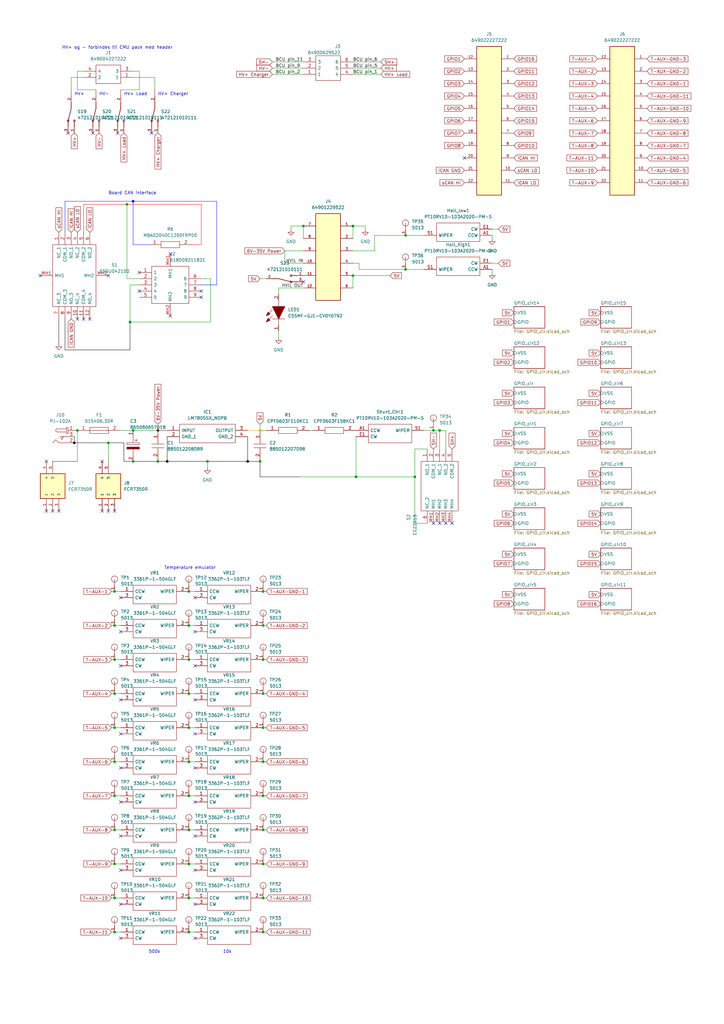
<source format=kicad_sch>
(kicad_sch (version 20211123) (generator eeschema)
  (paper "A3" portrait)
  (title_block (title "System MCU emulator PCB") (date "2022-04-17") (rev "6") (comment 1 "system.") (comment 2 "diodes. Connectors shows the relevant connector to be used on Lithium Balance nBMS") (comment 3 "CAN interface from BMS to D-sub connector, Shunt current emulator, and high voltage ") (comment 4 "MCU emulator board. Consists of temperature emulators, contactor diodes, GPIO diodes,"))
  (lib_symbols
    (symbol "5013:5013" (pin_names (offset 1.016) hide)
      (property "Reference" "TP" (at -2.54 2.032 0))
      (property "Value" "5013" (at -2.54 -3.302 0))
      (symbol "5013_0_0"
        (pin passive line (at -5.08 0 0) (length 2.54) (name "~") (number "1"))
      )
    )
    (symbol "64901229522:64901229522" (pin_names (offset 1.016))
      (property "Reference" "J" (at 20.32 2.54 0))
      (property "Value" "64901229522" (at 20.32 0 0))
      (symbol "64901229522_0_0"
        (pin bidirectional line (at 12.7 -10.16 90) (length 5.08) (name "~") (number "1"))
        (pin bidirectional line (at -2.54 10.16 270) (length 5.08) (name "~") (number "10"))
        (pin bidirectional line (at -7.62 10.16 270) (length 5.08) (name "~") (number "11"))
        (pin bidirectional line (at -12.7 10.16 270) (length 5.08) (name "~") (number "12"))
        (pin bidirectional line (at 7.62 -10.16 90) (length 5.08) (name "~") (number "2"))
        (pin bidirectional line (at 2.54 -10.16 90) (length 5.08) (name "~") (number "3"))
        (pin bidirectional line (at -2.54 -10.16 90) (length 5.08) (name "~") (number "4"))
        (pin bidirectional line (at -7.62 -10.16 90) (length 5.08) (name "~") (number "5"))
        (pin bidirectional line (at -12.7 -10.16 90) (length 5.08) (name "~") (number "6"))
        (pin bidirectional line (at 12.7 10.16 270) (length 5.08) (name "~") (number "7"))
        (pin bidirectional line (at 7.62 10.16 270) (length 5.08) (name "~") (number "8"))
        (pin bidirectional line (at 2.54 10.16 270) (length 5.08) (name "~") (number "9"))
      )
    )
    (symbol "649022227222:649022227222" (pin_names (offset 1.016))
      (property "Reference" "J" (at 33.02 2.54 0))
      (property "Value" "649022227222" (at 33.02 0 0))
      (symbol "649022227222_0_0"
        (pin bidirectional line (at 25.4 -10.16 90) (length 5.08) (name "~") (number "1"))
        (pin bidirectional line (at -20.32 -10.16 90) (length 5.08) (name "~") (number "10"))
        (pin bidirectional line (at -25.4 -10.16 90) (length 5.08) (name "~") (number "11"))
        (pin bidirectional line (at 25.4 10.16 270) (length 5.08) (name "~") (number "12"))
        (pin bidirectional line (at 20.32 10.16 270) (length 5.08) (name "~") (number "13"))
        (pin bidirectional line (at 15.24 10.16 270) (length 5.08) (name "~") (number "14"))
        (pin bidirectional line (at 10.16 10.16 270) (length 5.08) (name "~") (number "15"))
        (pin bidirectional line (at 5.08 10.16 270) (length 5.08) (name "~") (number "16"))
        (pin bidirectional line (at 0 10.16 270) (length 5.08) (name "~") (number "17"))
        (pin bidirectional line (at -5.08 10.16 270) (length 5.08) (name "~") (number "18"))
        (pin bidirectional line (at -10.16 10.16 270) (length 5.08) (name "~") (number "19"))
        (pin bidirectional line (at 20.32 -10.16 90) (length 5.08) (name "~") (number "2"))
        (pin bidirectional line (at -15.24 10.16 270) (length 5.08) (name "~") (number "20"))
        (pin bidirectional line (at -20.32 10.16 270) (length 5.08) (name "~") (number "21"))
        (pin bidirectional line (at -25.4 10.16 270) (length 5.08) (name "~") (number "22"))
        (pin bidirectional line (at 15.24 -10.16 90) (length 5.08) (name "~") (number "3"))
        (pin bidirectional line (at 10.16 -10.16 90) (length 5.08) (name "~") (number "4"))
        (pin bidirectional line (at 5.08 -10.16 90) (length 5.08) (name "~") (number "5"))
        (pin bidirectional line (at 0 -10.16 90) (length 5.08) (name "~") (number "6"))
        (pin bidirectional line (at -5.08 -10.16 90) (length 5.08) (name "~") (number "7"))
        (pin bidirectional line (at -10.16 -10.16 90) (length 5.08) (name "~") (number "8"))
        (pin bidirectional line (at -15.24 -10.16 90) (length 5.08) (name "~") (number "9"))
      )
    )
    (symbol "FCR7350R:FCR7350R" (pin_names (offset 1.016))
      (property "Reference" "J" (at 16.51 7.62 0))
      (property "Value" "FCR7350R" (at 16.51 5.08 0))
      (symbol "FCR7350R_0_0"
        (pin bidirectional line (at 0 0 0) (length 5.08) (name "1") (number "1"))
        (pin bidirectional line (at 0 -2.54 0) (length 5.08) (name "2") (number "2"))
        (pin bidirectional line (at 0 -5.08 0) (length 5.08) (name "3") (number "3"))
        (pin bidirectional line (at 20.32 0 180) (length 5.08) (name "4") (number "4"))
        (pin bidirectional line (at 20.32 -2.54 180) (length 5.08) (name "5") (number "5"))
      )
    )
    (symbol "SamacSys_Parts:015406.3DR" (pin_names (offset 0.762))
      (property "Reference" "F" (at 13.97 6.35 0))
      (property "Value" "015406.3DR" (at 13.97 3.81 0))
      (symbol "015406.3DR_0_0"
        (pin passive line (at 0 0 0) (length 5.08) (name "~") (number "1"))
        (pin passive line (at 17.78 0 180) (length 5.08) (name "~") (number "2"))
      )
    )
    (symbol "SamacSys_Parts:3361P-1-504GLF" (pin_names (offset 0.762))
      (property "Reference" "VR" (at 24.13 7.62 0))
      (property "Value" "3361P-1-504GLF" (at 24.13 5.08 0))
      (symbol "3361P-1-504GLF_0_0"
        (pin passive line (at 0 0 0) (length 5.08) (name "CCW") (number "1"))
        (pin passive line (at 27.94 0 180) (length 5.08) (name "WIPER") (number "2"))
        (pin passive line (at 0 -2.54 0) (length 5.08) (name "CW") (number "3"))
      )
    )
    (symbol "SamacSys_Parts:3362P-1-103TLF" (pin_names (offset 0.762))
      (property "Reference" "VR" (at 24.13 7.62 0))
      (property "Value" "3362P-1-103TLF" (at 24.13 5.08 0))
      (symbol "3362P-1-103TLF_0_0"
        (pin passive line (at 0 0 0) (length 5.08) (name "CCW") (number "1"))
        (pin passive line (at 27.94 0 180) (length 5.08) (name "WIPER") (number "2"))
        (pin passive line (at 0 -2.54 0) (length 5.08) (name "CW") (number "3"))
      )
    )
    (symbol "SamacSys_Parts:618009211821" (pin_names (offset 0.762))
      (property "Reference" "J" (at 21.59 12.7 0))
      (property "Value" "618009211821" (at 21.59 10.16 0))
      (symbol "618009211821_0_0"
        (pin passive line (at 17.78 12.7 270) (length 5.08) (name "1") (number "1"))
        (pin passive line (at 15.24 12.7 270) (length 5.08) (name "2") (number "2"))
        (pin passive line (at 12.7 12.7 270) (length 5.08) (name "3") (number "3"))
        (pin passive line (at 10.16 12.7 270) (length 5.08) (name "4") (number "4"))
        (pin passive line (at 7.62 12.7 270) (length 5.08) (name "5") (number "5"))
        (pin passive line (at 15.24 -12.7 90) (length 5.08) (name "6") (number "6"))
        (pin passive line (at 12.7 -12.7 90) (length 5.08) (name "7") (number "7"))
        (pin passive line (at 10.16 -12.7 90) (length 5.08) (name "8") (number "8"))
        (pin passive line (at 7.62 -12.7 90) (length 5.08) (name "9") (number "9"))
        (pin passive line (at 25.4 0 180) (length 5.08) (name "MH1") (number "MH1"))
        (pin passive line (at 0 0 0) (length 5.08) (name "MH2") (number "MH2"))
      )
    )
    (symbol "SamacSys_Parts:649004227222" (pin_names (offset 0.762))
      (property "Reference" "J" (at 16.51 7.62 0))
      (property "Value" "649004227222" (at 16.51 5.08 0))
      (symbol "649004227222_0_0"
        (pin passive line (at 20.32 -2.54 180) (length 5.08) (name "1") (number "1"))
        (pin passive line (at 0 -2.54 0) (length 5.08) (name "2") (number "2"))
        (pin passive line (at 20.32 0 180) (length 5.08) (name "3") (number "3"))
        (pin passive line (at 0 0 0) (length 5.08) (name "4") (number "4"))
      )
    )
    (symbol "SamacSys_Parts:64900629522" (pin_names (offset 0.762))
      (property "Reference" "J" (at 16.51 7.62 0))
      (property "Value" "64900629522" (at 16.51 5.08 0))
      (symbol "64900629522_0_0"
        (pin passive line (at 0 -5.08 0) (length 5.08) (name "1") (number "1"))
        (pin passive line (at 0 -2.54 0) (length 5.08) (name "2") (number "2"))
        (pin passive line (at 0 0 0) (length 5.08) (name "3") (number "3"))
        (pin passive line (at 20.32 -5.08 180) (length 5.08) (name "4") (number "4"))
        (pin passive line (at 20.32 -2.54 180) (length 5.08) (name "5") (number "5"))
        (pin passive line (at 20.32 0 180) (length 5.08) (name "6") (number "6"))
      )
    )
    (symbol "SamacSys_Parts:865080657018" (pin_names (offset 0.762))
      (property "Reference" "C" (at 8.89 6.35 0))
      (property "Value" "865080657018" (at 8.89 3.81 0))
      (symbol "865080657018_0_0"
        (pin passive line (at 0 0 0) (length 2.54) (name "~") (number "1"))
        (pin passive line (at 12.7 0 180) (length 2.54) (name "~") (number "2"))
      )
    )
    (symbol "SamacSys_Parts:885012207098" (pin_names (offset 0.762))
      (property "Reference" "C" (at 8.89 6.35 0))
      (property "Value" "885012207098" (at 8.89 3.81 0))
      (symbol "885012207098_0_0"
        (pin passive line (at 0 0 0) (length 5.08) (name "~") (number "1"))
        (pin passive line (at 12.7 0 180) (length 5.08) (name "~") (number "2"))
      )
    )
    (symbol "SamacSys_Parts:885012208089" (pin_names (offset 0.762))
      (property "Reference" "C" (at 8.89 6.35 0))
      (property "Value" "885012208089" (at 8.89 3.81 0))
      (symbol "885012208089_0_0"
        (pin passive line (at 0 0 0) (length 5.08) (name "~") (number "1"))
        (pin passive line (at 12.7 0 180) (length 5.08) (name "~") (number "2"))
      )
    )
    (symbol "SamacSys_Parts:C5SMF-GJE-CV0Y0792" (pin_names (offset 0.762))
      (property "Reference" "LED" (at 12.7 8.89 0))
      (property "Value" "C5SMF-GJE-CV0Y0792" (at 12.7 6.35 0))
      (symbol "C5SMF-GJE-CV0Y0792_0_0"
        (pin passive line (at 0 0 0) (length 2.54) (name "~") (number "1"))
        (pin passive line (at 15.24 0 180) (length 2.54) (name "~") (number "2"))
      )
    )
    (symbol "SamacSys_Parts:CPF0603F110KC1" (pin_names (offset 0.762))
      (property "Reference" "R" (at 13.97 6.35 0))
      (property "Value" "CPF0603F110KC1" (at 13.97 3.81 0))
      (symbol "CPF0603F110KC1_0_0"
        (pin passive line (at 0 0 0) (length 5.08) (name "~") (number "1"))
        (pin passive line (at 17.78 0 180) (length 5.08) (name "~") (number "2"))
      )
    )
    (symbol "SamacSys_Parts:CPF0603F158KC1" (pin_names (offset 0.762))
      (property "Reference" "R" (at 13.97 6.35 0))
      (property "Value" "CPF0603F158KC1" (at 13.97 3.81 0))
      (symbol "CPF0603F158KC1_0_0"
        (pin passive line (at 0 0 0) (length 5.08) (name "~") (number "1"))
        (pin passive line (at 17.78 0 180) (length 5.08) (name "~") (number "2"))
      )
    )
    (symbol "SamacSys_Parts:EG2201B" (pin_names (offset 0.762))
      (property "Reference" "S" (at 26.67 7.62 0))
      (property "Value" "EG2201B" (at 26.67 5.08 0))
      (symbol "EG2201B_0_0"
        (pin passive line (at 0 0 0) (length 5.08) (name "NO_1") (number "1"))
        (pin passive line (at 0 -2.54 0) (length 5.08) (name "COM_1") (number "2"))
        (pin passive line (at 0 -5.08 0) (length 5.08) (name "NC_1") (number "3"))
        (pin passive line (at 0 -7.62 0) (length 5.08) (name "NO_2") (number "4"))
        (pin passive line (at 0 -10.16 0) (length 5.08) (name "COM_2") (number "5"))
        (pin passive line (at 30.48 0 180) (length 5.08) (name "NC_2") (number "6"))
        (pin passive line (at 30.48 -2.54 180) (length 5.08) (name "MH1") (number "MH1"))
        (pin passive line (at 30.48 -5.08 180) (length 5.08) (name "MH2") (number "MH2"))
        (pin passive line (at 30.48 -7.62 180) (length 5.08) (name "MH3") (number "MH3"))
        (pin passive line (at 30.48 -10.16 180) (length 5.08) (name "MH4") (number "MH4"))
      )
    )
    (symbol "SamacSys_Parts:LM7805SX_NOPB" (pin_names (offset 0.762))
      (property "Reference" "IC" (at 29.21 7.62 0))
      (property "Value" "LM7805SX_NOPB" (at 29.21 5.08 0))
      (symbol "LM7805SX_NOPB_0_0"
        (pin passive line (at 0 0 0) (length 5.08) (name "INPUT") (number "1"))
        (pin passive line (at 0 -2.54 0) (length 5.08) (name "GND_1") (number "2"))
        (pin passive line (at 33.02 0 180) (length 5.08) (name "OUTPUT") (number "3"))
        (pin passive line (at 33.02 -2.54 180) (length 5.08) (name "GND_2") (number "4"))
      )
    )
    (symbol "SamacSys_Parts:MBA02040C1200FRP00" (pin_names (offset 0.762))
      (property "Reference" "R" (at 13.97 6.35 0))
      (property "Value" "MBA02040C1200FRP00" (at 13.97 3.81 0))
      (symbol "MBA02040C1200FRP00_0_0"
        (pin passive line (at 0 0 0) (length 5.08) (name "~") (number "1"))
        (pin passive line (at 17.78 0 180) (length 5.08) (name "~") (number "2"))
      )
    )
    (symbol "SamacSys_Parts:PT10RV10-103A2020-PM-S" (pin_names (offset 0.762))
      (property "Reference" "VR" (at 24.13 7.62 0))
      (property "Value" "PT10RV10-103A2020-PM-S" (at 24.13 5.08 0))
      (symbol "PT10RV10-103A2020-PM-S_0_0"
        (pin passive line (at 0 0 0) (length 5.08) (name "CCW") (number "A1"))
        (pin passive line (at 0 -2.54 0) (length 5.08) (name "CW") (number "E1"))
        (pin passive line (at 27.94 0 180) (length 5.08) (name "WIPER") (number "S1"))
      )
    )
    (symbol "SamacSys_Parts:SSSU042100" (pin_names (offset 0.762))
      (property "Reference" "S" (at 24.13 17.78 0))
      (property "Value" "SSSU042100" (at 24.13 15.24 0))
      (symbol "SSSU042100_0_0"
        (pin passive line (at 7.62 17.78 270) (length 5.08) (name "NC_1") (number "1"))
        (pin passive line (at 15.24 -17.78 90) (length 5.08) (name "NC_4") (number "10"))
        (pin passive line (at 17.78 -17.78 90) (length 5.08) (name "COM_4") (number "11"))
        (pin passive line (at 20.32 -17.78 90) (length 5.08) (name "NO_4") (number "12"))
        (pin passive line (at 10.16 17.78 270) (length 5.08) (name "COM_1") (number "2"))
        (pin passive line (at 12.7 17.78 270) (length 5.08) (name "NO_1") (number "3"))
        (pin passive line (at 15.24 17.78 270) (length 5.08) (name "NC_2") (number "4"))
        (pin passive line (at 17.78 17.78 270) (length 5.08) (name "COM_2") (number "5"))
        (pin passive line (at 20.32 17.78 270) (length 5.08) (name "NO_2") (number "6"))
        (pin passive line (at 7.62 -17.78 90) (length 5.08) (name "NC_3") (number "7"))
        (pin passive line (at 10.16 -17.78 90) (length 5.08) (name "COM_3") (number "8"))
        (pin passive line (at 12.7 -17.78 90) (length 5.08) (name "NO_3") (number "9"))
        (pin passive line (at 0 0 0) (length 5.08) (name "MH1") (number "MH1"))
        (pin passive line (at 27.94 0 180) (length 5.08) (name "MH2") (number "MH2"))
      )
    )
    (symbol "dk_Barrel-Power-Connectors:PJ-102A" (pin_names (offset 1.016))
      (property "Reference" "J" (at 0 2.54 0))
      (property "Value" "PJ-102A" (at 0 -6.35 0))
      (symbol "PJ-102A_1_1"
        (pin passive line (at 2.54 0 180) (length 2.54) (name "~") (number "1"))
        (pin passive line (at 2.54 -5.08 180) (length 2.54) (name "~") (number "2"))
        (pin passive line (at 2.54 -2.54 180) (length 2.54) (name "~") (number "3"))
      )
    )
    (symbol "power:GND" (power) (pin_names (offset 0))
      (property "Value" "GND" (at 0 -3.81 0))
      (symbol "GND_1_1"
        (pin power_in line (at 0 0 270) (length 0) hide (name "GND") (number "1"))
      )
    )
    (symbol "user_bsm:472121010111"
      (property "Reference" "S" (at 0 7.62 0))
      (property "Value" "472121010111" (at 0 5.08 0))
      (symbol "472121010111_0_0"
        (pin passive line (at 7.62 1.27 180) (length 2.54) (name "~") (number "1"))
        (pin passive line (at -7.62 0 0) (length 2.54) (name "~") (number "2"))
      )
      (symbol "472121010111_1_1"
        (pin passive line (at 7.62 -1.27 180) (length 2.54) (name "~") (number "3"))
      )
    )
  )
  (junction (at 107.95 326.39))
  (junction (at 106.68 176.53) (color 255 153 0 1))
  (junction (at 107.95 242.57))
  (junction (at 54.61 189.23))
  (junction (at 31.75 176.53))
  (junction (at 77.47 354.33))
  (junction (at 107.95 256.54))
  (junction (at 77.47 312.42))
  (junction (at 124.46 92.71))
  (junction (at 77.47 256.54))
  (junction (at 77.47 298.45))
  (junction (at 46.99 368.3))
  (junction (at 46.99 354.33))
  (junction (at 101.6 189.23) (color 0 0 0 1))
  (junction (at 77.47 340.36))
  (junction (at 46.99 284.48))
  (junction (at 54.61 82.55) (color 0 0 255 1))
  (junction (at 107.95 270.51))
  (junction (at 85.09 189.23))
  (junction (at 77.47 242.57))
  (junction (at 53.34 132.08))
  (junction (at 68.58 189.23) (color 0 0 0 1))
  (junction (at 170.18 195.58))
  (junction (at 107.95 312.42))
  (junction (at 146.05 195.58))
  (junction (at 106.68 189.23))
  (junction (at 77.47 368.3))
  (junction (at 166.37 110.49))
  (junction (at 77.47 270.51))
  (junction (at 46.99 256.54))
  (junction (at 144.78 92.71))
  (junction (at 52.07 83.82))
  (junction (at 144.78 113.03))
  (junction (at 107.95 368.3))
  (junction (at 77.47 284.48))
  (junction (at 77.47 326.39))
  (junction (at 177.8 176.53))
  (junction (at 107.95 382.27))
  (junction (at 54.61 176.53))
  (junction (at 107.95 340.36))
  (junction (at 64.77 189.23))
  (junction (at 46.99 340.36))
  (junction (at 30.48 181.61) (color 0 0 0 1))
  (junction (at 77.47 382.27))
  (junction (at 46.99 298.45))
  (junction (at 107.95 284.48))
  (junction (at 46.99 382.27))
  (junction (at 44.45 181.61))
  (junction (at 46.99 270.51))
  (junction (at 46.99 242.57))
  (junction (at 46.99 326.39))
  (junction (at 166.37 96.52))
  (junction (at 180.34 176.53))
  (junction (at 46.99 312.42))
  (junction (at 64.77 176.53) (color 132 0 0 1))
  (junction (at 107.95 354.33))
  (junction (at 107.95 298.45))
  (no_connect (at 19.05 189.23))
  (no_connect (at 80.01 328.93))
  (no_connect (at 80.01 356.87))
  (no_connect (at 80.01 273.05))
  (no_connect (at 80.01 314.96))
  (no_connect (at 57.15 111.76))
  (no_connect (at 69.85 104.14))
  (no_connect (at 69.85 129.54))
  (no_connect (at 190.5 64.77))
  (no_connect (at 49.53 328.93))
  (no_connect (at 49.53 314.96))
  (no_connect (at 49.53 384.81))
  (no_connect (at 82.55 121.92))
  (no_connect (at 49.53 342.9))
  (no_connect (at 80.01 300.99))
  (no_connect (at 24.13 209.55))
  (no_connect (at 80.01 259.08))
  (no_connect (at 185.42 214.63))
  (no_connect (at 182.88 214.63))
  (no_connect (at 180.34 214.63))
  (no_connect (at 177.8 214.63))
  (no_connect (at 44.45 209.55))
  (no_connect (at 31.75 130.81))
  (no_connect (at 36.83 130.81))
  (no_connect (at 34.29 130.81))
  (no_connect (at 44.45 113.03))
  (no_connect (at 16.51 113.03))
  (no_connect (at 41.91 189.23))
  (no_connect (at 124.46 115.57))
  (no_connect (at 57.15 119.38))
  (no_connect (at 82.55 119.38))
  (no_connect (at 21.59 209.55))
  (no_connect (at 46.99 209.55))
  (no_connect (at 80.01 245.11))
  (no_connect (at 62.23 54.61))
  (no_connect (at 38.1 54.61))
  (no_connect (at 27.94 54.61))
  (no_connect (at 48.26 54.61))
  (no_connect (at 41.91 209.55))
  (no_connect (at 49.53 370.84))
  (no_connect (at 49.53 245.11))
  (no_connect (at 49.53 273.05))
  (no_connect (at 49.53 287.02))
  (no_connect (at 49.53 259.08))
  (no_connect (at 49.53 300.99))
  (no_connect (at 80.01 342.9))
  (no_connect (at 80.01 384.81))
  (no_connect (at 80.01 287.02))
  (no_connect (at 80.01 370.84))
  (no_connect (at 49.53 356.87))
  (no_connect (at 19.05 209.55))
  (wire (pts (xy 180.34 176.53) (xy 180.34 184.15)))
  (wire (pts (xy 46.99 256.54) (xy 49.53 256.54)))
  (wire (pts (xy 54.61 189.23) (xy 64.77 189.23)) (stroke (width 0) (color 0 0 0 1)))
  (wire (pts (xy 106.68 114.3) (xy 109.22 114.3)))
  (wire (pts (xy 77.47 312.42) (xy 80.01 312.42)))
  (wire (pts (xy 146.05 195.58) (xy 170.18 195.58)))
  (wire (pts (xy 45.72 284.48) (xy 46.99 284.48)))
  (wire (pts (xy 86.36 114.3) (xy 86.36 132.08)))
  (wire (pts (xy 39.37 36.83) (xy 39.37 39.37)) (stroke (width 0) (color 132 0 0 1)))
  (wire (pts (xy 45.72 242.57) (xy 46.99 242.57)))
  (wire (pts (xy 26.67 82.55) (xy 54.61 82.55)) (stroke (width 0) (color 0 0 255 1)))
  (wire (pts (xy 46.99 242.57) (xy 49.53 242.57)))
  (wire (pts (xy 109.22 312.42) (xy 107.95 312.42)))
  (wire (pts (xy 82.55 116.84) (xy 88.9 116.84)) (stroke (width 0) (color 0 0 255 1)))
  (wire (pts (xy 177.8 176.53) (xy 180.34 176.53)))
  (wire (pts (xy 156.21 30.48) (xy 144.78 30.48)))
  (wire (pts (xy 31.75 29.21) (xy 34.29 29.21)))
  (wire (pts (xy 111.76 30.48) (xy 124.46 30.48)))
  (wire (pts (xy 77.47 382.27) (xy 80.01 382.27)))
  (wire (pts (xy 64.77 173.99) (xy 64.77 176.53)))
  (wire (pts (xy 45.72 298.45) (xy 46.99 298.45)))
  (wire (pts (xy 53.34 116.84) (xy 53.34 132.08)))
  (wire (pts (xy 77.47 256.54) (xy 80.01 256.54)))
  (wire (pts (xy 54.61 100.33) (xy 60.96 100.33)) (stroke (width 0) (color 0 0 255 1)))
  (wire (pts (xy 114.3 120.65) (xy 114.3 118.11)))
  (wire (pts (xy 52.07 114.3) (xy 57.15 114.3)))
  (wire (pts (xy 124.46 92.71) (xy 124.46 97.79)))
  (wire (pts (xy 50.8 189.23) (xy 50.8 181.61)) (stroke (width 0) (color 0 0 0 1)))
  (wire (pts (xy 153.67 96.52) (xy 153.67 102.87)))
  (wire (pts (xy 54.61 82.55) (xy 88.9 82.55)) (stroke (width 0) (color 0 0 255 1)))
  (wire (pts (xy 144.78 113.03) (xy 160.02 113.03)))
  (wire (pts (xy 77.47 368.3) (xy 80.01 368.3)))
  (wire (pts (xy 80.01 298.45) (xy 77.47 298.45)))
  (wire (pts (xy 201.93 110.49) (xy 201.93 111.76)))
  (wire (pts (xy 46.99 326.39) (xy 49.53 326.39)))
  (wire (pts (xy 109.22 382.27) (xy 107.95 382.27)))
  (wire (pts (xy 46.99 298.45) (xy 49.53 298.45)))
  (wire (pts (xy 57.15 36.83) (xy 57.15 29.21)))
  (wire (pts (xy 109.22 242.57) (xy 107.95 242.57)))
  (wire (pts (xy 114.3 118.11) (xy 124.46 118.11)))
  (wire (pts (xy 109.22 270.51) (xy 107.95 270.51)))
  (wire (pts (xy 124.46 27.94) (xy 111.76 27.94)))
  (wire (pts (xy 166.37 110.49) (xy 147.32 110.49)))
  (wire (pts (xy 170.18 195.58) (xy 170.18 214.63)))
  (wire (pts (xy 77.47 326.39) (xy 80.01 326.39)))
  (wire (pts (xy 44.45 181.61) (xy 50.8 181.61)) (stroke (width 0) (color 0 0 0 1)))
  (wire (pts (xy 109.22 368.3) (xy 107.95 368.3)))
  (wire (pts (xy 109.22 256.54) (xy 107.95 256.54)))
  (wire (pts (xy 109.22 354.33) (xy 107.95 354.33)))
  (wire (pts (xy 29.21 36.83) (xy 29.21 39.37)) (stroke (width 0) (color 132 0 0 1)))
  (wire (pts (xy 80.01 354.33) (xy 77.47 354.33)))
  (wire (pts (xy 123.19 195.58) (xy 106.68 195.58)) (stroke (width 0) (color 0 0 0 1)))
  (wire (pts (xy 77.47 340.36) (xy 80.01 340.36)))
  (wire (pts (xy 53.34 132.08) (xy 53.34 143.51)) (stroke (width 0) (color 0 0 0 1)))
  (wire (pts (xy 64.77 176.53) (xy 68.58 176.53)) (stroke (width 0) (color 132 0 0 1)))
  (wire (pts (xy 24.13 140.97) (xy 24.13 130.81)) (stroke (width 0) (color 0 0 0 1)))
  (wire (pts (xy 86.36 132.08) (xy 53.34 132.08)))
  (wire (pts (xy 106.68 176.53) (xy 109.22 176.53)))
  (wire (pts (xy 34.29 83.82) (xy 52.07 83.82)) (stroke (width 0) (color 255 0 0 1)))
  (wire (pts (xy 30.48 176.53) (xy 31.75 176.53)) (stroke (width 0) (color 132 0 0 1)))
  (wire (pts (xy 144.78 92.71) (xy 149.86 92.71)))
  (wire (pts (xy 54.61 176.53) (xy 64.77 176.53)))
  (wire (pts (xy 149.86 92.71) (xy 149.86 93.98)))
  (wire (pts (xy 180.34 176.53) (xy 182.88 176.53)))
  (wire (pts (xy 119.38 92.71) (xy 119.38 93.98)))
  (wire (pts (xy 77.47 270.51) (xy 80.01 270.51)))
  (wire (pts (xy 109.22 326.39) (xy 107.95 326.39)))
  (wire (pts (xy 101.6 176.53) (xy 106.68 176.53)) (stroke (width 0) (color 255 153 0 1)))
  (wire (pts (xy 45.72 382.27) (xy 46.99 382.27)))
  (wire (pts (xy 45.72 270.51) (xy 46.99 270.51)))
  (wire (pts (xy 45.72 256.54) (xy 46.99 256.54)))
  (wire (pts (xy 63.5 36.83) (xy 63.5 39.37)) (stroke (width 0) (color 132 0 0 1)))
  (wire (pts (xy 109.22 284.48) (xy 107.95 284.48)))
  (wire (pts (xy 45.72 368.3) (xy 46.99 368.3)))
  (wire (pts (xy 156.21 27.94) (xy 144.78 27.94)))
  (wire (pts (xy 116.84 102.87) (xy 116.84 107.95)))
  (wire (pts (xy 82.55 114.3) (xy 86.36 114.3)))
  (wire (pts (xy 101.6 189.23) (xy 106.68 189.23)) (stroke (width 0) (color 0 0 0 1)))
  (wire (pts (xy 146.05 179.07) (xy 146.05 195.58)))
  (wire (pts (xy 170.18 214.63) (xy 175.26 214.63)))
  (wire (pts (xy 29.21 31.75) (xy 34.29 31.75)))
  (wire (pts (xy 46.99 284.48) (xy 49.53 284.48)))
  (wire (pts (xy 127 176.53) (xy 128.27 176.53)))
  (wire (pts (xy 52.07 83.82) (xy 82.55 83.82)) (stroke (width 0) (color 255 0 0 1)))
  (wire (pts (xy 54.61 82.55) (xy 54.61 100.33)) (stroke (width 0) (color 0 0 255 1)))
  (wire (pts (xy 46.99 354.33) (xy 49.53 354.33)))
  (wire (pts (xy 54.61 31.75) (xy 63.5 31.75)))
  (wire (pts (xy 85.09 189.23) (xy 101.6 189.23)) (stroke (width 0) (color 0 0 0 1)))
  (wire (pts (xy 46.99 270.51) (xy 49.53 270.51)))
  (wire (pts (xy 49.53 176.53) (xy 54.61 176.53)))
  (wire (pts (xy 26.67 95.25) (xy 26.67 82.55)) (stroke (width 0) (color 0 0 255 1)))
  (wire (pts (xy 21.59 189.23) (xy 31.75 189.23)) (stroke (width 0) (color 132 0 0 1)))
  (wire (pts (xy 147.32 110.49) (xy 147.32 107.95)))
  (wire (pts (xy 57.15 29.21) (xy 54.61 29.21)))
  (wire (pts (xy 68.58 179.07) (xy 68.58 189.23)) (stroke (width 0) (color 0 0 0 1)))
  (wire (pts (xy 147.32 107.95) (xy 144.78 107.95)))
  (wire (pts (xy 109.22 340.36) (xy 107.95 340.36)))
  (wire (pts (xy 30.48 179.07) (xy 30.48 181.61)) (stroke (width 0) (color 0 0 0 1)))
  (wire (pts (xy 88.9 82.55) (xy 88.9 116.84)) (stroke (width 0) (color 0 0 255 1)))
  (wire (pts (xy 166.37 96.52) (xy 153.67 96.52)))
  (wire (pts (xy 116.84 102.87) (xy 124.46 102.87)))
  (wire (pts (xy 201.93 107.95) (xy 204.47 107.95)))
  (wire (pts (xy 144.78 92.71) (xy 144.78 97.79)))
  (wire (pts (xy 26.67 130.81) (xy 26.67 143.51)) (stroke (width 0) (color 0 0 0 1)))
  (wire (pts (xy 30.48 181.61) (xy 44.45 181.61)) (stroke (width 0) (color 0 0 0 1)))
  (wire (pts (xy 109.22 298.45) (xy 107.95 298.45)))
  (wire (pts (xy 53.34 116.84) (xy 57.15 116.84)))
  (wire (pts (xy 44.45 181.61) (xy 44.45 189.23)))
  (wire (pts (xy 52.07 83.82) (xy 52.07 114.3)))
  (wire (pts (xy 114.3 135.89) (xy 114.3 138.43)))
  (wire (pts (xy 106.68 173.99) (xy 106.68 176.53)))
  (wire (pts (xy 116.84 107.95) (xy 124.46 107.95)))
  (wire (pts (xy 78.74 100.33) (xy 82.55 100.33)) (stroke (width 0) (color 255 0 0 1)))
  (wire (pts (xy 77.47 284.48) (xy 80.01 284.48)))
  (wire (pts (xy 201.93 96.52) (xy 201.93 97.79)))
  (wire (pts (xy 34.29 95.25) (xy 34.29 83.82)) (stroke (width 0) (color 255 0 0 1)))
  (wire (pts (xy 31.75 176.53) (xy 31.75 189.23)))
  (wire (pts (xy 106.68 195.58) (xy 106.68 189.23)) (stroke (width 0) (color 0 0 0 1)))
  (wire (pts (xy 46.99 382.27) (xy 49.53 382.27)))
  (wire (pts (xy 63.5 36.83) (xy 63.5 31.75)))
  (wire (pts (xy 46.99 368.3) (xy 49.53 368.3)))
  (wire (pts (xy 173.99 110.49) (xy 166.37 110.49)))
  (wire (pts (xy 170.18 195.58) (xy 170.18 184.15)))
  (wire (pts (xy 170.18 184.15) (xy 175.26 184.15)))
  (wire (pts (xy 124.46 92.71) (xy 119.38 92.71)))
  (wire (pts (xy 31.75 36.83) (xy 39.37 36.83)))
  (wire (pts (xy 45.72 312.42) (xy 46.99 312.42)))
  (wire (pts (xy 173.99 96.52) (xy 166.37 96.52)))
  (wire (pts (xy 50.8 189.23) (xy 54.61 189.23)) (stroke (width 0) (color 0 0 0 1)))
  (wire (pts (xy 144.78 113.03) (xy 144.78 118.11)))
  (wire (pts (xy 173.99 176.53) (xy 177.8 176.53)))
  (wire (pts (xy 46.99 340.36) (xy 49.53 340.36)))
  (wire (pts (xy 123.19 195.58) (xy 146.05 195.58)))
  (wire (pts (xy 80.01 242.57) (xy 77.47 242.57)))
  (wire (pts (xy 26.67 143.51) (xy 53.34 143.51)) (stroke (width 0) (color 0 0 0 1)))
  (wire (pts (xy 101.6 179.07) (xy 101.6 189.23)) (stroke (width 0) (color 0 0 0 1)))
  (wire (pts (xy 124.46 25.4) (xy 111.76 25.4)))
  (wire (pts (xy 64.77 189.23) (xy 68.58 189.23)) (stroke (width 0) (color 0 0 0 1)))
  (wire (pts (xy 82.55 83.82) (xy 82.55 100.33)) (stroke (width 0) (color 255 0 0 1)))
  (wire (pts (xy 156.21 25.4) (xy 144.78 25.4)))
  (wire (pts (xy 201.93 93.98) (xy 204.47 93.98)))
  (wire (pts (xy 29.21 36.83) (xy 29.21 31.75)))
  (wire (pts (xy 153.67 102.87) (xy 144.78 102.87)))
  (wire (pts (xy 182.88 176.53) (xy 182.88 184.15)))
  (wire (pts (xy 68.58 189.23) (xy 85.09 189.23)) (stroke (width 0) (color 0 0 0 1)))
  (wire (pts (xy 45.72 326.39) (xy 46.99 326.39)))
  (wire (pts (xy 31.75 36.83) (xy 31.75 29.21)))
  (wire (pts (xy 45.72 354.33) (xy 46.99 354.33)))
  (wire (pts (xy 85.09 189.23) (xy 85.09 191.77)))
  (wire (pts (xy 46.99 312.42) (xy 49.53 312.42)))
  (wire (pts (xy 49.53 36.83) (xy 49.53 39.37)) (stroke (width 0) (color 132 0 0 1)))
  (wire (pts (xy 45.72 340.36) (xy 46.99 340.36)))
  (wire (pts (xy 49.53 36.83) (xy 57.15 36.83)))
  (text "Temperature emulator" (at 67.31 233.68 0) (effects (font (size 1.27 1.27)) (justify left bottom)))
  (text "HV+ Load" (at 50.8 39.37 0) (effects (font (size 1.27 1.27)) (justify left bottom)))
  (text "HV+ og - forbindes til CMU pack med header" (at 25.4 20.32 0) (effects (font (size 1.27 1.27)) (justify left bottom)))
  (text "Board CAN interface" (at 44.45 80.01 0) (effects (font (size 1.27 1.27)) (justify left bottom)))
  (text "500k" (at 60.96 391.16 0) (effects (font (size 1.27 1.27)) (justify left bottom)))
  (text "HV+ Charger" (at 64.77 39.37 0) (effects (font (size 1.27 1.27)) (justify left bottom)))
  (text "HV-" (at 40.64 39.37 0) (effects (font (size 1.27 1.27)) (justify left bottom)))
  (text "10k" (at 91.44 391.16 0) (effects (font (size 1.27 1.27)) (justify left bottom)))
  (text "HV+" (at 30.48 39.37 0) (effects (font (size 1.27 1.27)) (justify left bottom)))
  (label "BCU pin_11" (at 113.03 25.4 0))
  (label "HVIL IN" (at 124.46 107.95 180))
  (label "BCU pin_1" (at 144.78 30.48 0))
  (label "BCU pin_9" (at 113.03 27.94 0))
  (label "BCU pin_2" (at 113.03 30.48 0))
  (label "BCU pin_6" (at 144.78 25.4 0))
  (label "HVIL OUT" (at 115.57 118.11 0))
  (label "BCU pin_5" (at 144.78 27.94 0))
  (global_label "T-AUX-GND-11" (shape input) (at 109.22 382.27 0) (property "Intersheet References" "${INTERSHEET_REFS}" (effects hide)))
  (global_label "T-AUX-GND-4" (shape input) (at 109.22 284.48 0) (property "Intersheet References" "${INTERSHEET_REFS}" (effects hide)))
  (global_label "T-AUX-GND-6" (shape input) (at 265.43 74.93 0) (property "Intersheet References" "${INTERSHEET_REFS}" (effects hide)))
  (global_label "5V" (shape input) (at 210.82 227.33 180) (property "Intersheet References" "${INTERSHEET_REFS}" (effects hide)))
  (global_label "T-AUX-3" (shape input) (at 245.11 34.29 180) (property "Intersheet References" "${INTERSHEET_REFS}" (effects hide)))
  (global_label "T-AUX-GND-2" (shape input) (at 265.43 29.21 0) (property "Intersheet References" "${INTERSHEET_REFS}" (effects hide)))
  (global_label "HV+ Charger" (shape input) (at 111.76 30.48 180) (property "Intersheet References" "${INTERSHEET_REFS}" (effects hide)))
  (global_label "T-AUX-7" (shape input) (at 245.11 54.61 180) (property "Intersheet References" "${INTERSHEET_REFS}" (effects hide)))
  (global_label "GPIO13" (shape input) (at 210.82 39.37 0) (property "Intersheet References" "${INTERSHEET_REFS}" (effects hide)))
  (global_label "5V" (shape input) (at 204.47 107.95 0) (property "Intersheet References" "${INTERSHEET_REFS}" (effects hide)))
  (global_label "T-AUX-GND-7" (shape input) (at 265.43 59.69 0) (property "Intersheet References" "${INTERSHEET_REFS}" (effects hide)))
  (global_label "T-AUX-GND-1" (shape input) (at 265.43 34.29 0) (property "Intersheet References" "${INTERSHEET_REFS}" (effects hide)))
  (global_label "6V-35V Power" (shape input) (at 116.84 102.87 180) (property "Intersheet References" "${INTERSHEET_REFS}" (effects hide)))
  (global_label "HV+" (shape input) (at 156.21 27.94 0) (property "Intersheet References" "${INTERSHEET_REFS}" (effects hide)))
  (global_label "SH-" (shape input) (at 177.8 184.15 90) (property "Intersheet References" "${INTERSHEET_REFS}" (effects hide)))
  (global_label "iCAN GND" (shape input) (at 29.21 130.81 270) (property "Intersheet References" "${INTERSHEET_REFS}" (effects hide)))
  (global_label "T-AUX-GND-8" (shape input) (at 265.43 54.61 0) (property "Intersheet References" "${INTERSHEET_REFS}" (effects hide)))
  (global_label "iCAN LO" (shape input) (at 36.83 95.25 90) (property "Intersheet References" "${INTERSHEET_REFS}" (effects hide)))
  (global_label "5V" (shape input) (at 106.68 114.3 180) (property "Intersheet References" "${INTERSHEET_REFS}" (effects hide)))
  (global_label "T-AUX-GND-8" (shape input) (at 109.22 340.36 0) (property "Intersheet References" "${INTERSHEET_REFS}" (effects hide)))
  (global_label "GPIO1" (shape input) (at 210.82 132.08 180) (property "Intersheet References" "${INTERSHEET_REFS}" (effects hide)))
  (global_label "GPIO3" (shape input) (at 190.5 34.29 180) (property "Intersheet References" "${INTERSHEET_REFS}" (effects hide)))
  (global_label "5V" (shape input) (at 210.82 144.78 180) (property "Intersheet References" "${INTERSHEET_REFS}" (effects hide)))
  (global_label "GPIO10" (shape input) (at 210.82 59.69 0) (property "Intersheet References" "${INTERSHEET_REFS}" (effects hide)))
  (global_label "HV+ Load" (shape input) (at 156.21 30.48 0) (property "Intersheet References" "${INTERSHEET_REFS}" (effects hide)))
  (global_label "5V" (shape input) (at 246.38 161.29 180) (property "Intersheet References" "${INTERSHEET_REFS}" (effects hide)))
  (global_label "iCAN GND" (shape input) (at 190.5 69.85 180) (property "Intersheet References" "${INTERSHEET_REFS}" (effects hide)))
  (global_label "5V" (shape input) (at 246.38 177.8 180) (property "Intersheet References" "${INTERSHEET_REFS}" (effects hide)))
  (global_label "5V" (shape input) (at 210.82 161.29 180) (property "Intersheet References" "${INTERSHEET_REFS}" (effects hide)))
  (global_label "T-AUX-GND-1" (shape input) (at 109.22 242.57 0) (property "Intersheet References" "${INTERSHEET_REFS}" (effects hide)))
  (global_label "5V" (shape input) (at 246.38 128.27 180) (property "Intersheet References" "${INTERSHEET_REFS}" (effects hide)))
  (global_label "T-AUX-GND-7" (shape input) (at 109.22 326.39 0) (property "Intersheet References" "${INTERSHEET_REFS}" (effects hide)))
  (global_label "T-AUX-11" (shape input) (at 45.72 382.27 180) (property "Intersheet References" "${INTERSHEET_REFS}" (effects hide)))
  (global_label "GPIO15" (shape input) (at 210.82 49.53 0) (property "Intersheet References" "${INTERSHEET_REFS}" (effects hide)))
  (global_label "5V" (shape input) (at 210.82 194.31 180) (property "Intersheet References" "${INTERSHEET_REFS}" (effects hide)))
  (global_label "HV+ Charger" (shape input) (at 64.77 54.61 270) (property "Intersheet References" "${INTERSHEET_REFS}" (effects hide)))
  (global_label "sCAN LO" (shape input) (at 210.82 69.85 0) (property "Intersheet References" "${INTERSHEET_REFS}" (effects hide)))
  (global_label "iCAN HI" (shape input) (at 210.82 64.77 0) (property "Intersheet References" "${INTERSHEET_REFS}" (effects hide)))
  (global_label "T-AUX-8" (shape input) (at 45.72 340.36 180) (property "Intersheet References" "${INTERSHEET_REFS}" (effects hide)))
  (global_label "6V-35V Power" (shape input) (at 64.77 173.99 90) (property "Intersheet References" "${INTERSHEET_REFS}" (effects hide)))
  (global_label "GPIO7" (shape input) (at 190.5 54.61 180) (property "Intersheet References" "${INTERSHEET_REFS}" (effects hide)))
  (global_label "T-AUX-GND-9" (shape input) (at 265.43 49.53 0) (property "Intersheet References" "${INTERSHEET_REFS}" (effects hide)))
  (global_label "T-AUX-6" (shape input) (at 45.72 312.42 180) (property "Intersheet References" "${INTERSHEET_REFS}" (effects hide)))
  (global_label "GPIO14" (shape input) (at 210.82 44.45 0) (property "Intersheet References" "${INTERSHEET_REFS}" (effects hide)))
  (global_label "T-AUX-2" (shape input) (at 245.11 29.21 180) (property "Intersheet References" "${INTERSHEET_REFS}" (effects hide)))
  (global_label "5V" (shape input) (at 106.68 173.99 90) (property "Intersheet References" "${INTERSHEET_REFS}" (effects hide)))
  (global_label "iCAN HI" (shape input) (at 29.21 95.25 90) (property "Intersheet References" "${INTERSHEET_REFS}" (effects hide)))
  (global_label "T-AUX-5" (shape input) (at 245.11 44.45 180) (property "Intersheet References" "${INTERSHEET_REFS}" (effects hide)))
  (global_label "GPIO16" (shape input) (at 246.38 247.65 180) (property "Intersheet References" "${INTERSHEET_REFS}" (effects hide)))
  (global_label "GPIO9" (shape input) (at 210.82 54.61 0) (property "Intersheet References" "${INTERSHEET_REFS}" (effects hide)))
  (global_label "SH+" (shape input) (at 185.42 184.15 90) (property "Intersheet References" "${INTERSHEET_REFS}" (effects hide)))
  (global_label "GPIO2" (shape input) (at 210.82 148.59 180) (property "Intersheet References" "${INTERSHEET_REFS}" (effects hide)))
  (global_label "sCAN LO" (shape input) (at 31.75 95.25 90) (property "Intersheet References" "${INTERSHEET_REFS}" (effects hide)))
  (global_label "T-AUX-4" (shape input) (at 45.72 284.48 180) (property "Intersheet References" "${INTERSHEET_REFS}" (effects hide)))
  (global_label "GPIO2" (shape input) (at 190.5 29.21 180) (property "Intersheet References" "${INTERSHEET_REFS}" (effects hide)))
  (global_label "5V" (shape input) (at 204.47 93.98 0) (property "Intersheet References" "${INTERSHEET_REFS}" (effects hide)))
  (global_label "T-AUX-GND-3" (shape input) (at 265.43 24.13 0) (property "Intersheet References" "${INTERSHEET_REFS}" (effects hide)))
  (global_label "T-AUX-1" (shape input) (at 245.11 24.13 180) (property "Intersheet References" "${INTERSHEET_REFS}" (effects hide)))
  (global_label "GPIO12" (shape input) (at 246.38 181.61 180) (property "Intersheet References" "${INTERSHEET_REFS}" (effects hide)))
  (global_label "T-AUX-GND-3" (shape input) (at 109.22 270.51 0) (property "Intersheet References" "${INTERSHEET_REFS}" (effects hide)))
  (global_label "sCAN HI" (shape input) (at 190.5 74.93 180) (property "Intersheet References" "${INTERSHEET_REFS}" (effects hide)))
  (global_label "HV-" (shape input) (at 111.76 27.94 180) (property "Intersheet References" "${INTERSHEET_REFS}" (effects hide)))
  (global_label "T-AUX-3" (shape input) (at 45.72 270.51 180) (property "Intersheet References" "${INTERSHEET_REFS}" (effects hide)))
  (global_label "GPIO11" (shape input) (at 210.82 29.21 0) (property "Intersheet References" "${INTERSHEET_REFS}" (effects hide)))
  (global_label "T-AUX-8" (shape input) (at 245.11 59.69 180) (property "Intersheet References" "${INTERSHEET_REFS}" (effects hide)))
  (global_label "T-AUX-GND-5" (shape input) (at 109.22 298.45 0) (property "Intersheet References" "${INTERSHEET_REFS}" (effects hide)))
  (global_label "GPIO6" (shape input) (at 210.82 214.63 180) (property "Intersheet References" "${INTERSHEET_REFS}" (effects hide)))
  (global_label "T-AUX-4" (shape input) (at 245.11 39.37 180) (property "Intersheet References" "${INTERSHEET_REFS}" (effects hide)))
  (global_label "5V" (shape input) (at 246.38 243.84 180) (property "Intersheet References" "${INTERSHEET_REFS}" (effects hide)))
  (global_label "T-AUX-2" (shape input) (at 45.72 256.54 180) (property "Intersheet References" "${INTERSHEET_REFS}" (effects hide)))
  (global_label "sCAN HI" (shape input) (at 24.13 95.25 90) (property "Intersheet References" "${INTERSHEET_REFS}" (effects hide)))
  (global_label "GPIO7" (shape input) (at 210.82 231.14 180) (property "Intersheet References" "${INTERSHEET_REFS}" (effects hide)))
  (global_label "GPIO4" (shape input) (at 210.82 181.61 180) (property "Intersheet References" "${INTERSHEET_REFS}" (effects hide)))
  (global_label "T-AUX-10" (shape input) (at 245.11 69.85 180) (property "Intersheet References" "${INTERSHEET_REFS}" (effects hide)))
  (global_label "T-AUX-GND-11" (shape input) (at 265.43 39.37 0) (property "Intersheet References" "${INTERSHEET_REFS}" (effects hide)))
  (global_label "HV-" (shape input) (at 40.64 54.61 270) (property "Intersheet References" "${INTERSHEET_REFS}" (effects hide)))
  (global_label "T-AUX-9" (shape input) (at 45.72 354.33 180) (property "Intersheet References" "${INTERSHEET_REFS}" (effects hide)))
  (global_label "T-AUX-9" (shape input) (at 245.11 74.93 180) (property "Intersheet References" "${INTERSHEET_REFS}" (effects hide)))
  (global_label "GPIO5" (shape input) (at 190.5 44.45 180) (property "Intersheet References" "${INTERSHEET_REFS}" (effects hide)))
  (global_label "T-AUX-7" (shape input) (at 45.72 326.39 180) (property "Intersheet References" "${INTERSHEET_REFS}" (effects hide)))
  (global_label "5V" (shape input) (at 160.02 113.03 0) (property "Intersheet References" "${INTERSHEET_REFS}" (effects hide)))
  (global_label "GPIO1" (shape input) (at 190.5 24.13 180) (property "Intersheet References" "${INTERSHEET_REFS}" (effects hide)))
  (global_label "T-AUX-10" (shape input) (at 45.72 368.3 180) (property "Intersheet References" "${INTERSHEET_REFS}" (effects hide)))
  (global_label "T-AUX-1" (shape input) (at 45.72 242.57 180) (property "Intersheet References" "${INTERSHEET_REFS}" (effects hide)))
  (global_label "GPIO16" (shape input) (at 210.82 24.13 0) (property "Intersheet References" "${INTERSHEET_REFS}" (effects hide)))
  (global_label "5V" (shape input) (at 246.38 194.31 180) (property "Intersheet References" "${INTERSHEET_REFS}" (effects hide)))
  (global_label "GPIO4" (shape input) (at 190.5 39.37 180) (property "Intersheet References" "${INTERSHEET_REFS}" (effects hide)))
  (global_label "T-AUX-GND-10" (shape input) (at 265.43 44.45 0) (property "Intersheet References" "${INTERSHEET_REFS}" (effects hide)))
  (global_label "5V" (shape input) (at 210.82 243.84 180) (property "Intersheet References" "${INTERSHEET_REFS}" (effects hide)))
  (global_label "GPIO11" (shape input) (at 246.38 165.1 180) (property "Intersheet References" "${INTERSHEET_REFS}" (effects hide)))
  (global_label "T-AUX-GND-10" (shape input) (at 109.22 368.3 0) (property "Intersheet References" "${INTERSHEET_REFS}" (effects hide)))
  (global_label "GPIO5" (shape input) (at 210.82 198.12 180) (property "Intersheet References" "${INTERSHEET_REFS}" (effects hide)))
  (global_label "GPIO3" (shape input) (at 210.82 165.1 180) (property "Intersheet References" "${INTERSHEET_REFS}" (effects hide)))
  (global_label "GPIO15" (shape input) (at 246.38 231.14 180) (property "Intersheet References" "${INTERSHEET_REFS}" (effects hide)))
  (global_label "T-AUX-GND-9" (shape input) (at 109.22 354.33 0) (property "Intersheet References" "${INTERSHEET_REFS}" (effects hide)))
  (global_label "T-AUX-GND-2" (shape input) (at 109.22 256.54 0) (property "Intersheet References" "${INTERSHEET_REFS}" (effects hide)))
  (global_label "GPIO12" (shape input) (at 210.82 34.29 0) (property "Intersheet References" "${INTERSHEET_REFS}" (effects hide)))
  (global_label "5V" (shape input) (at 246.38 227.33 180) (property "Intersheet References" "${INTERSHEET_REFS}" (effects hide)))
  (global_label "GPIO14" (shape input) (at 246.38 214.63 180) (property "Intersheet References" "${INTERSHEET_REFS}" (effects hide)))
  (global_label "T-AUX-GND-5" (shape input) (at 265.43 69.85 0) (property "Intersheet References" "${INTERSHEET_REFS}" (effects hide)))
  (global_label "T-AUX-GND-4" (shape input) (at 265.43 64.77 0) (property "Intersheet References" "${INTERSHEET_REFS}" (effects hide)))
  (global_label "HV+" (shape input) (at 30.48 54.61 270) (property "Intersheet References" "${INTERSHEET_REFS}" (effects hide)))
  (global_label "5V" (shape input) (at 210.82 210.82 180) (property "Intersheet References" "${INTERSHEET_REFS}" (effects hide)))
  (global_label "GPIO13" (shape input) (at 246.38 198.12 180) (property "Intersheet References" "${INTERSHEET_REFS}" (effects hide)))
  (global_label "iCAN LO" (shape input) (at 210.82 74.93 0) (property "Intersheet References" "${INTERSHEET_REFS}" (effects hide)))
  (global_label "SH-" (shape input) (at 111.76 25.4 180) (property "Intersheet References" "${INTERSHEET_REFS}" (effects hide)))
  (global_label "GPIO8" (shape input) (at 210.82 247.65 180) (property "Intersheet References" "${INTERSHEET_REFS}" (effects hide)))
  (global_label "GPIO9" (shape input) (at 246.38 132.08 180) (property "Intersheet References" "${INTERSHEET_REFS}" (effects hide)))
  (global_label "T-AUX-11" (shape input) (at 245.11 64.77 180) (property "Intersheet References" "${INTERSHEET_REFS}" (effects hide)))
  (global_label "5V" (shape input) (at 210.82 177.8 180) (property "Intersheet References" "${INTERSHEET_REFS}" (effects hide)))
  (global_label "GPIO8" (shape input) (at 190.5 59.69 180) (property "Intersheet References" "${INTERSHEET_REFS}" (effects hide)))
  (global_label "T-AUX-5" (shape input) (at 45.72 298.45 180) (property "Intersheet References" "${INTERSHEET_REFS}" (effects hide)))
  (global_label "T-AUX-GND-6" (shape input) (at 109.22 312.42 0) (property "Intersheet References" "${INTERSHEET_REFS}" (effects hide)))
  (global_label "5V" (shape input) (at 246.38 144.78 180) (property "Intersheet References" "${INTERSHEET_REFS}" (effects hide)))
  (global_label "5V" (shape input) (at 246.38 210.82 180) (property "Intersheet References" "${INTERSHEET_REFS}" (effects hide)))
  (global_label "SH+" (shape input) (at 156.21 25.4 0) (property "Intersheet References" "${INTERSHEET_REFS}" (effects hide)))
  (global_label "5V" (shape input) (at 210.82 128.27 180) (property "Intersheet References" "${INTERSHEET_REFS}" (effects hide)))
  (global_label "GPIO6" (shape input) (at 190.5 49.53 180) (property "Intersheet References" "${INTERSHEET_REFS}" (effects hide)))
  (global_label "GPIO10" (shape input) (at 246.38 148.59 180) (property "Intersheet References" "${INTERSHEET_REFS}" (effects hide)))
  (global_label "HV+ Load" (shape input) (at 50.8 54.61 270) (property "Intersheet References" "${INTERSHEET_REFS}" (effects hide)))
  (global_label "T-AUX-6" (shape input) (at 245.11 49.53 180) (property "Intersheet References" "${INTERSHEET_REFS}" (effects hide)))
  (symbol (lib_id "5013:5013") (at 107.95 307.34 270) (mirror x) (unit 1)
    (property "Reference" "TP28" (at 110.49 306.743 90) (effects (justify left)))
    (property "Value" "5013" (at 110.49 309.283 90) (effects (justify left)))
    (property "Footprint" "test_point_5013:TESTPOINT_5013" (effects hide))
    (property "PARTREV" "F" (effects hide))
    (property "MF" "Keystone" (effects hide))
    (property "STANDARD" "Manufacturer Recommendations" (effects hide))
  )
  (symbol (lib_id "5013:5013") (at 77.47 377.19 270) (mirror x) (unit 1)
    (property "Reference" "TP22" (at 80.01 376.593 90) (effects (justify left)))
    (property "Value" "5013" (at 80.01 379.133 90) (effects (justify left)))
    (property "Footprint" "test_point_5013:TESTPOINT_5013" (effects hide))
    (property "PARTREV" "F" (effects hide))
    (property "MF" "Keystone" (effects hide))
    (property "STANDARD" "Manufacturer Recommendations" (effects hide))
  )
  (symbol (lib_id "SamacSys_Parts:3361P-1-504GLF") (at 49.53 368.3 0) (unit 1)
    (property "Reference" "VR10" (at 63.5 360.68 0))
    (property "Value" "3361P-1-504GLF" (at 63.5 363.22 0))
    (property "Footprint" "3361P1253GLF" (effects hide))
    (property "Datasheet" "https://www.bourns.com/docs/Product-Datasheets/3361.pdf" (effects hide))
    (property "Description" "BOURNS - 3361P-1-504GLF - Product Range:AEC-Q200 3361P Series" (effects hide))
    (property "Height" "5.84" (effects hide))
    (property "Mouser Part Number" "652-3361P-1-504GLF" (effects hide))
    (property "Mouser Price/Stock" "https://www.mouser.co.uk/ProductDetail/Bourns/3361P-1-504GLF?qs=fqIB%2FsSTfTaKxcvNNIdl2Q%3D%3D" (effects hide))
    (property "Manufacturer_Name" "Bourns" (effects hide))
    (property "Manufacturer_Part_Number" "3361P-1-504GLF" (effects hide))
  )
  (symbol (lib_id "user_bsm:472121010111") (at 39.37 46.99 270) (unit 1)
    (property "Reference" "S20" (at 41.91 45.7199 90) (effects (justify left)))
    (property "Value" "472121010111" (at 41.91 48.2599 90) (effects (justify left)))
    (property "Footprint" "472121010111:472121010111" (effects hide))
    (property "Datasheet" "https://www.we-online.com/components/products/datasheet/472121010111.pdf" (effects hide))
  )
  (symbol (lib_id "5013:5013") (at 107.95 349.25 270) (mirror x) (unit 1)
    (property "Reference" "TP31" (at 110.49 348.653 90) (effects (justify left)))
    (property "Value" "5013" (at 110.49 351.193 90) (effects (justify left)))
    (property "Footprint" "test_point_5013:TESTPOINT_5013" (effects hide))
    (property "PARTREV" "F" (effects hide))
    (property "MF" "Keystone" (effects hide))
    (property "STANDARD" "Manufacturer Recommendations" (effects hide))
  )
  (symbol (lib_id "5013:5013") (at 46.99 363.22 270) (mirror x) (unit 1)
    (property "Reference" "TP10" (at 49.53 362.623 90) (effects (justify left)))
    (property "Value" "5013" (at 49.53 365.163 90) (effects (justify left)))
    (property "Footprint" "test_point_5013:TESTPOINT_5013" (effects hide))
    (property "PARTREV" "F" (effects hide))
    (property "MF" "Keystone" (effects hide))
    (property "STANDARD" "Manufacturer Recommendations" (effects hide))
  )
  (symbol (lib_id "5013:5013") (at 107.95 377.19 270) (mirror x) (unit 1)
    (property "Reference" "TP33" (at 110.49 376.593 90) (effects (justify left)))
    (property "Value" "5013" (at 110.49 379.133 90) (effects (justify left)))
    (property "Footprint" "test_point_5013:TESTPOINT_5013" (effects hide))
    (property "PARTREV" "F" (effects hide))
    (property "MF" "Keystone" (effects hide))
    (property "STANDARD" "Manufacturer Recommendations" (effects hide))
  )
  (symbol (lib_id "5013:5013") (at 46.99 321.31 270) (mirror x) (unit 1)
    (property "Reference" "TP7" (at 49.53 320.713 90) (effects (justify left)))
    (property "Value" "5013" (at 49.53 323.253 90) (effects (justify left)))
    (property "Footprint" "test_point_5013:TESTPOINT_5013" (effects hide))
    (property "PARTREV" "F" (effects hide))
    (property "MF" "Keystone" (effects hide))
    (property "STANDARD" "Manufacturer Recommendations" (effects hide))
  )
  (symbol (lib_id "SamacSys_Parts:PT10RV10-103A2020-PM-S") (at 146.05 176.53 0) (unit 1)
    (property "Reference" "Shunt_Ctrl1" (at 160.02 168.91 0))
    (property "Value" "PT10RV10-103A2020-PM-S" (at 160.02 171.45 0))
    (property "Footprint" "PT10RV10103A2020PMS" (effects hide))
    (property "Description" "Trimmer Resistors - Through Hole 10mm control/sensor trimmr potentiometer" (effects hide))
    (property "Height" "5" (effects hide))
    (property "Mouser Part Number" "531-PT10RV1103A22PMS" (effects hide))
    (property "Mouser Price/Stock" "https://www.mouser.co.uk/ProductDetail/Amphenol-Piher/PT10RV10-103A2020-PM-S?qs=DPoM0jnrROWNMTANir1Qhw%3D%3D" (effects hide))
    (property "Manufacturer_Name" "PIHER" (effects hide))
    (property "Manufacturer_Part_Number" "PT10RV10-103A2020-PM-S" (effects hide))
  )
  (symbol (lib_id "power:GND") (at 201.93 111.76 0) (unit 1)
    (property "Reference" "#PWR038" (effects hide))
    (property "Value" "GND" (at 201.93 116.84 0))
  )
  (symbol (lib_id "SamacSys_Parts:015406.3DR") (at 31.75 176.53 0) (unit 1)
    (property "Reference" "F1" (at 40.64 170.18 0))
    (property "Value" "015406.3DR" (at 40.64 172.72 0))
    (property "Footprint" "0154063DR" (effects hide))
    (property "Datasheet" "https://www.littelfuse.com/~/media/electronics/datasheets/fuses/littelfuse_fuse_154_154t_154l_154tl_datasheet.pdf.pdf" (effects hide))
    (property "Description" "ic" (effects hide))
    (property "Height" "3.81" (effects hide))
    (property "Mouser Part Number" "576-015406.3DR" (effects hide))
    (property "Mouser Price/Stock" "https://www.mouser.co.uk/ProductDetail/Littelfuse/015406.3DR?qs=gu7KAQ731URY%252Bq16IXR9rg%3D%3D" (effects hide))
    (property "Manufacturer_Name" "LITTELFUSE" (effects hide))
    (property "Manufacturer_Part_Number" "015406.3DR" (effects hide))
  )
  (symbol (lib_id "SamacSys_Parts:3362P-1-103TLF") (at 80.01 284.48 0) (unit 1)
    (property "Reference" "VR15" (at 93.98 276.86 0))
    (property "Value" "3362P-1-103TLF" (at 93.98 279.4 0))
    (property "Footprint" "3296P-1-103" (effects hide))
    (property "Datasheet" "https://www.bourns.com/docs/Product-Datasheets/3362.pdf" (effects hide))
    (property "Description" "BOURNS - 3362P-1-103TLF - TRIMMER POTENTIOMETER, 10KOHM 1TURN THROUGH HOLE" (effects hide))
    (property "Mouser Part Number" "652-3362P-1-103TLF" (effects hide))
    (property "Mouser Price/Stock" "https://www.mouser.co.uk/ProductDetail/Bourns/3362P-1-103TLF?qs=izR6mho4f8VBTlFqy0U7Gg%3D%3D" (effects hide))
    (property "Manufacturer_Name" "Bourns" (effects hide))
    (property "Manufacturer_Part_Number" "3362P-1-103TLF" (effects hide))
  )
  (symbol (lib_id "5013:5013") (at 46.99 349.25 270) (mirror x) (unit 1)
    (property "Reference" "TP9" (at 49.53 348.653 90) (effects (justify left)))
    (property "Value" "5013" (at 49.53 351.193 90) (effects (justify left)))
    (property "Footprint" "test_point_5013:TESTPOINT_5013" (effects hide))
    (property "PARTREV" "F" (effects hide))
    (property "MF" "Keystone" (effects hide))
    (property "STANDARD" "Manufacturer Recommendations" (effects hide))
  )
  (symbol (lib_id "5013:5013") (at 77.47 237.49 270) (mirror x) (unit 1)
    (property "Reference" "TP12" (at 80.01 236.893 90) (effects (justify left)))
    (property "Value" "5013" (at 80.01 239.433 90) (effects (justify left)))
    (property "Footprint" "test_point_5013:TESTPOINT_5013" (effects hide))
    (property "PARTREV" "F" (effects hide))
    (property "MF" "Keystone" (effects hide))
    (property "STANDARD" "Manufacturer Recommendations" (effects hide))
  )
  (symbol (lib_id "5013:5013") (at 46.99 307.34 270) (mirror x) (unit 1)
    (property "Reference" "TP6" (at 49.53 306.743 90) (effects (justify left)))
    (property "Value" "5013" (at 49.53 309.283 90) (effects (justify left)))
    (property "Footprint" "test_point_5013:TESTPOINT_5013" (effects hide))
    (property "PARTREV" "F" (effects hide))
    (property "MF" "Keystone" (effects hide))
    (property "STANDARD" "Manufacturer Recommendations" (effects hide))
  )
  (symbol (lib_id "5013:5013") (at 177.8 171.45 270) (mirror x) (unit 1)
    (property "Reference" "TP34" (at 180.34 170.853 90) (effects (justify left)))
    (property "Value" "5013" (at 180.34 173.393 90) (effects (justify left)))
    (property "Footprint" "test_point_5013:TESTPOINT_5013" (effects hide))
    (property "PARTREV" "F" (effects hide))
    (property "MF" "Keystone" (effects hide))
    (property "STANDARD" "Manufacturer Recommendations" (effects hide))
  )
  (symbol (lib_id "5013:5013") (at 46.99 251.46 270) (mirror x) (unit 1)
    (property "Reference" "TP2" (at 49.53 250.863 90) (effects (justify left)))
    (property "Value" "5013" (at 49.53 253.403 90) (effects (justify left)))
    (property "Footprint" "test_point_5013:TESTPOINT_5013" (effects hide))
    (property "PARTREV" "F" (effects hide))
    (property "MF" "Keystone" (effects hide))
    (property "STANDARD" "Manufacturer Recommendations" (effects hide))
  )
  (symbol (lib_id "SamacSys_Parts:3362P-1-103TLF") (at 80.01 382.27 0) (unit 1)
    (property "Reference" "VR22" (at 93.98 374.65 0))
    (property "Value" "3362P-1-103TLF" (at 93.98 377.19 0))
    (property "Footprint" "3296P-1-103" (effects hide))
    (property "Datasheet" "https://www.bourns.com/docs/Product-Datasheets/3362.pdf" (effects hide))
    (property "Description" "BOURNS - 3362P-1-103TLF - TRIMMER POTENTIOMETER, 10KOHM 1TURN THROUGH HOLE" (effects hide))
    (property "Mouser Part Number" "652-3362P-1-103TLF" (effects hide))
    (property "Mouser Price/Stock" "https://www.mouser.co.uk/ProductDetail/Bourns/3362P-1-103TLF?qs=izR6mho4f8VBTlFqy0U7Gg%3D%3D" (effects hide))
    (property "Manufacturer_Name" "Bourns" (effects hide))
    (property "Manufacturer_Part_Number" "3362P-1-103TLF" (effects hide))
  )
  (symbol (lib_id "SamacSys_Parts:EG2201B") (at 175.26 184.15 90) (mirror x) (unit 1)
    (property "Reference" "S2" (at 167.64 210.82 0) (effects (justify left)))
    (property "Value" "EG2201B" (at 170.18 210.82 0) (effects (justify left)))
    (property "Footprint" "EG2201B" (effects hide))
    (property "Description" "Slide Switches SWITCH SLIDE DPDT L=9" (effects hide))
    (property "Height" "21" (effects hide))
    (property "Mouser Part Number" "612-EG2201B" (effects hide))
    (property "Mouser Price/Stock" "https://www.mouser.co.uk/ProductDetail/E-Switch/EG2201B?qs=f57gQzlyLirZcqYFK9a6jw%3D%3D" (effects hide))
    (property "Manufacturer_Name" "E-Switch" (effects hide))
    (property "Manufacturer_Part_Number" "EG2201B" (effects hide))
  )
  (symbol (lib_id "5013:5013") (at 77.47 251.46 270) (mirror x) (unit 1)
    (property "Reference" "TP13" (at 80.01 250.863 90) (effects (justify left)))
    (property "Value" "5013" (at 80.01 253.403 90) (effects (justify left)))
    (property "Footprint" "test_point_5013:TESTPOINT_5013" (effects hide))
    (property "PARTREV" "F" (effects hide))
    (property "MF" "Keystone" (effects hide))
    (property "STANDARD" "Manufacturer Recommendations" (effects hide))
  )
  (symbol (lib_id "SamacSys_Parts:3361P-1-504GLF") (at 49.53 284.48 0) (unit 1)
    (property "Reference" "VR4" (at 63.5 276.86 0))
    (property "Value" "3361P-1-504GLF" (at 63.5 279.4 0))
    (property "Footprint" "3361P1253GLF" (effects hide))
    (property "Datasheet" "https://www.bourns.com/docs/Product-Datasheets/3361.pdf" (effects hide))
    (property "Description" "BOURNS - 3361P-1-504GLF - Product Range:AEC-Q200 3361P Series" (effects hide))
    (property "Height" "5.84" (effects hide))
    (property "Mouser Part Number" "652-3361P-1-504GLF" (effects hide))
    (property "Mouser Price/Stock" "https://www.mouser.co.uk/ProductDetail/Bourns/3361P-1-504GLF?qs=fqIB%2FsSTfTaKxcvNNIdl2Q%3D%3D" (effects hide))
    (property "Manufacturer_Name" "Bourns" (effects hide))
    (property "Manufacturer_Part_Number" "3361P-1-504GLF" (effects hide))
  )
  (symbol (lib_id "user_bsm:472121010111") (at 49.53 46.99 270) (unit 1)
    (property "Reference" "S21" (at 52.07 45.7199 90) (effects (justify left)))
    (property "Value" "472121010111" (at 52.07 48.2599 90) (effects (justify left)))
    (property "Footprint" "472121010111:472121010111" (effects hide))
    (property "Datasheet" "https://www.we-online.com/components/products/datasheet/472121010111.pdf" (effects hide))
  )
  (symbol (lib_id "SamacSys_Parts:C5SMF-GJE-CV0Y0792") (at 114.3 135.89 90) (unit 1)
    (property "Reference" "LED1" (at 118.11 126.9999 90) (effects (justify right)))
    (property "Value" "C5SMF-GJE-CV0Y0792" (at 118.11 129.5399 90) (effects (justify right)))
    (property "Footprint" "C5SMFGJECV0Y0792" (effects hide))
    (property "Datasheet" "https://www.cree.com/led-components/media/documents/C5SMF-RJF-RJE-GJF-GJE-BJF-BJE-1240.pdf" (effects hide))
    (property "Description" "Standard LEDs - Through Hole Green Oval LED" (effects hide))
    (property "Height" "8.5" (effects hide))
    (property "Mouser Part Number" "941-C5SMFGJECV0Y0792" (effects hide))
    (property "Mouser Price/Stock" "https://www.mouser.co.uk/ProductDetail/Cree-LED/C5SMF-GJE-CV0Y0792?qs=1sbE9T7hb3bE3wcoBIeGTA%3D%3D" (effects hide))
    (property "Manufacturer_Name" "Wolfspeed" (effects hide))
    (property "Manufacturer_Part_Number" "C5SMF-GJE-CV0Y0792" (effects hide))
  )
  (symbol (lib_id "SamacSys_Parts:PT10RV10-103A2020-PM-S") (at 201.93 96.52 180) (unit 1)
    (property "Reference" "Hall_low1" (at 187.96 86.36 0))
    (property "Value" "PT10RV10-103A2020-PM-S" (at 187.96 88.9 0))
    (property "Footprint" "PT10RV10103A2020PMS" (effects hide))
    (property "Description" "Trimmer Resistors - Through Hole 10mm control/sensor trimmr potentiometer" (effects hide))
    (property "Height" "5" (effects hide))
    (property "Mouser Part Number" "531-PT10RV1103A22PMS" (effects hide))
    (property "Mouser Price/Stock" "https://www.mouser.co.uk/ProductDetail/Amphenol-Piher/PT10RV10-103A2020-PM-S?qs=DPoM0jnrROWNMTANir1Qhw%3D%3D" (effects hide))
    (property "Manufacturer_Name" "PIHER" (effects hide))
    (property "Manufacturer_Part_Number" "PT10RV10-103A2020-PM-S" (effects hide))
  )
  (symbol (lib_id "SamacSys_Parts:3361P-1-504GLF") (at 49.53 382.27 0) (unit 1)
    (property "Reference" "VR11" (at 63.5 374.65 0))
    (property "Value" "3361P-1-504GLF" (at 63.5 377.19 0))
    (property "Footprint" "3361P1253GLF" (effects hide))
    (property "Datasheet" "https://www.bourns.com/docs/Product-Datasheets/3361.pdf" (effects hide))
    (property "Description" "BOURNS - 3361P-1-504GLF - Product Range:AEC-Q200 3361P Series" (effects hide))
    (property "Height" "5.84" (effects hide))
    (property "Mouser Part Number" "652-3361P-1-504GLF" (effects hide))
    (property "Mouser Price/Stock" "https://www.mouser.co.uk/ProductDetail/Bourns/3361P-1-504GLF?qs=fqIB%2FsSTfTaKxcvNNIdl2Q%3D%3D" (effects hide))
    (property "Manufacturer_Name" "Bourns" (effects hide))
    (property "Manufacturer_Part_Number" "3361P-1-504GLF" (effects hide))
  )
  (symbol (lib_id "dk_Barrel-Power-Connectors:PJ-102A") (at 27.94 176.53 0) (unit 1)
    (property "Reference" "J10" (at 24.765 170.18 0))
    (property "Value" "PJ-102A" (at 24.765 172.72 0))
    (property "Footprint" "digikey-footprints:Barrel_Jack_5.5mmODx2.1mmID_PJ-102A" (effects hide))
    (property "Datasheet" "https://www.cui.com/product/resource/digikeypdf/pj-102a.pdf" (effects hide))
    (property "Digi-Key_PN" "CP-102A-ND" (effects hide))
    (property "MPN" "PJ-102A" (effects hide))
    (property "Category" "Connectors, Interconnects" (effects hide))
    (property "Family" "Barrel - Power Connectors" (effects hide))
    (property "DK_Datasheet_Link" "https://www.cui.com/product/resource/digikeypdf/pj-102a.pdf" (effects hide))
    (property "DK_Detail_Page" "/product-detail/en/cui-inc/PJ-102A/CP-102A-ND/275425" (effects hide))
    (property "Description" "CONN PWR JACK 2X5.5MM SOLDER" (effects hide))
    (property "Manufacturer" "CUI Inc." (effects hide))
    (property "Status" "Active" (effects hide))
  )
  (symbol (lib_id "5013:5013") (at 46.99 335.28 270) (mirror x) (unit 1)
    (property "Reference" "TP8" (at 49.53 334.683 90) (effects (justify left)))
    (property "Value" "5013" (at 49.53 337.223 90) (effects (justify left)))
    (property "Footprint" "test_point_5013:TESTPOINT_5013" (effects hide))
    (property "PARTREV" "F" (effects hide))
    (property "MF" "Keystone" (effects hide))
    (property "STANDARD" "Manufacturer Recommendations" (effects hide))
  )
  (symbol (lib_id "5013:5013") (at 46.99 279.4 270) (mirror x) (unit 1)
    (property "Reference" "TP4" (at 49.53 278.803 90) (effects (justify left)))
    (property "Value" "5013" (at 49.53 281.343 90) (effects (justify left)))
    (property "Footprint" "test_point_5013:TESTPOINT_5013" (effects hide))
    (property "PARTREV" "F" (effects hide))
    (property "MF" "Keystone" (effects hide))
    (property "STANDARD" "Manufacturer Recommendations" (effects hide))
  )
  (symbol (lib_id "user_bsm:472121010111") (at 63.5 46.99 270) (unit 1)
    (property "Reference" "S22" (at 66.04 45.7199 90) (effects (justify left)))
    (property "Value" "472121010111" (at 66.04 48.2599 90) (effects (justify left)))
    (property "Footprint" "472121010111:472121010111" (effects hide))
    (property "Datasheet" "https://www.we-online.com/components/products/datasheet/472121010111.pdf" (effects hide))
  )
  (symbol (lib_id "SamacSys_Parts:3362P-1-103TLF") (at 80.01 270.51 0) (unit 1)
    (property "Reference" "VR14" (at 93.98 262.89 0))
    (property "Value" "3362P-1-103TLF" (at 93.98 265.43 0))
    (property "Footprint" "3296P-1-103" (effects hide))
    (property "Datasheet" "https://www.bourns.com/docs/Product-Datasheets/3362.pdf" (effects hide))
    (property "Description" "BOURNS - 3362P-1-103TLF - TRIMMER POTENTIOMETER, 10KOHM 1TURN THROUGH HOLE" (effects hide))
    (property "Mouser Part Number" "652-3362P-1-103TLF" (effects hide))
    (property "Mouser Price/Stock" "https://www.mouser.co.uk/ProductDetail/Bourns/3362P-1-103TLF?qs=izR6mho4f8VBTlFqy0U7Gg%3D%3D" (effects hide))
    (property "Manufacturer_Name" "Bourns" (effects hide))
    (property "Manufacturer_Part_Number" "3362P-1-103TLF" (effects hide))
  )
  (symbol (lib_id "SamacSys_Parts:LM7805SX_NOPB") (at 68.58 176.53 0) (unit 1)
    (property "Reference" "IC1" (at 85.09 168.91 0))
    (property "Value" "LM7805SX_NOPB" (at 85.09 171.45 0))
    (property "Footprint" "SamacSys_Parts:KTT0003B" (effects hide))
    (property "Datasheet" "http://www.ti.com/lit/gpn/LM7800" (effects hide))
    (property "Description" "1.5-A, Wide VIN Fixed Voltage Regulators" (effects hide))
    (property "Mouser Part Number" "595-LM7805SX/NOPB" (effects hide))
    (property "Mouser Price/Stock" "https://www.mouser.co.uk/ProductDetail/Texas-Instruments/LM7805SX-NOPB?qs=gO6GG99qvRB7s5bGtFssmw%3D%3D" (effects hide))
    (property "Manufacturer_Name" "Texas Instruments" (effects hide))
    (property "Manufacturer_Part_Number" "LM7805SX/NOPB" (effects hide))
  )
  (symbol (lib_id "SamacSys_Parts:3362P-1-103TLF") (at 80.01 354.33 0) (unit 1)
    (property "Reference" "VR20" (at 93.98 346.71 0))
    (property "Value" "3362P-1-103TLF" (at 93.98 349.25 0))
    (property "Footprint" "3296P-1-103" (effects hide))
    (property "Datasheet" "https://www.bourns.com/docs/Product-Datasheets/3362.pdf" (effects hide))
    (property "Description" "BOURNS - 3362P-1-103TLF - TRIMMER POTENTIOMETER, 10KOHM 1TURN THROUGH HOLE" (effects hide))
    (property "Mouser Part Number" "652-3362P-1-103TLF" (effects hide))
    (property "Mouser Price/Stock" "https://www.mouser.co.uk/ProductDetail/Bourns/3362P-1-103TLF?qs=izR6mho4f8VBTlFqy0U7Gg%3D%3D" (effects hide))
    (property "Manufacturer_Name" "Bourns" (effects hide))
    (property "Manufacturer_Part_Number" "3362P-1-103TLF" (effects hide))
  )
  (symbol (lib_id "SamacSys_Parts:3361P-1-504GLF") (at 49.53 312.42 0) (unit 1)
    (property "Reference" "VR6" (at 63.5 304.8 0))
    (property "Value" "3361P-1-504GLF" (at 63.5 307.34 0))
    (property "Footprint" "3361P1253GLF" (effects hide))
    (property "Datasheet" "https://www.bourns.com/docs/Product-Datasheets/3361.pdf" (effects hide))
    (property "Description" "BOURNS - 3361P-1-504GLF - Product Range:AEC-Q200 3361P Series" (effects hide))
    (property "Height" "5.84" (effects hide))
    (property "Mouser Part Number" "652-3361P-1-504GLF" (effects hide))
    (property "Mouser Price/Stock" "https://www.mouser.co.uk/ProductDetail/Bourns/3361P-1-504GLF?qs=fqIB%2FsSTfTaKxcvNNIdl2Q%3D%3D" (effects hide))
    (property "Manufacturer_Name" "Bourns" (effects hide))
    (property "Manufacturer_Part_Number" "3361P-1-504GLF" (effects hide))
  )
  (symbol (lib_id "5013:5013") (at 107.95 237.49 270) (mirror x) (unit 1)
    (property "Reference" "TP23" (at 110.49 236.893 90) (effects (justify left)))
    (property "Value" "5013" (at 110.49 239.433 90) (effects (justify left)))
    (property "Footprint" "test_point_5013:TESTPOINT_5013" (effects hide))
    (property "PARTREV" "F" (effects hide))
    (property "MF" "Keystone" (effects hide))
    (property "STANDARD" "Manufacturer Recommendations" (effects hide))
  )
  (symbol (lib_id "SamacSys_Parts:3362P-1-103TLF") (at 80.01 256.54 0) (unit 1)
    (property "Reference" "VR13" (at 93.98 248.92 0))
    (property "Value" "3362P-1-103TLF" (at 93.98 251.46 0))
    (property "Footprint" "3296P-1-103" (effects hide))
    (property "Datasheet" "https://www.bourns.com/docs/Product-Datasheets/3362.pdf" (effects hide))
    (property "Description" "BOURNS - 3362P-1-103TLF - TRIMMER POTENTIOMETER, 10KOHM 1TURN THROUGH HOLE" (effects hide))
    (property "Mouser Part Number" "652-3362P-1-103TLF" (effects hide))
    (property "Mouser Price/Stock" "https://www.mouser.co.uk/ProductDetail/Bourns/3362P-1-103TLF?qs=izR6mho4f8VBTlFqy0U7Gg%3D%3D" (effects hide))
    (property "Manufacturer_Name" "Bourns" (effects hide))
    (property "Manufacturer_Part_Number" "3362P-1-103TLF" (effects hide))
  )
  (symbol (lib_id "5013:5013") (at 77.47 265.43 270) (mirror x) (unit 1)
    (property "Reference" "TP14" (at 80.01 264.833 90) (effects (justify left)))
    (property "Value" "5013" (at 80.01 267.373 90) (effects (justify left)))
    (property "Footprint" "test_point_5013:TESTPOINT_5013" (effects hide))
    (property "PARTREV" "F" (effects hide))
    (property "MF" "Keystone" (effects hide))
    (property "STANDARD" "Manufacturer Recommendations" (effects hide))
  )
  (symbol (lib_id "649022227222:649022227222") (at 200.66 49.53 90) (unit 1)
    (property "Reference" "J5" (at 200.66 13.97 90))
    (property "Value" "649022227222" (at 200.66 16.51 90))
    (property "Footprint" "649022227222" (effects hide))
  )
  (symbol (lib_id "5013:5013") (at 77.47 293.37 270) (mirror x) (unit 1)
    (property "Reference" "TP16" (at 80.01 292.773 90) (effects (justify left)))
    (property "Value" "5013" (at 80.01 295.313 90) (effects (justify left)))
    (property "Footprint" "test_point_5013:TESTPOINT_5013" (effects hide))
    (property "PARTREV" "F" (effects hide))
    (property "MF" "Keystone" (effects hide))
    (property "STANDARD" "Manufacturer Recommendations" (effects hide))
  )
  (symbol (lib_id "SamacSys_Parts:3362P-1-103TLF") (at 80.01 326.39 0) (unit 1)
    (property "Reference" "VR18" (at 93.98 318.77 0))
    (property "Value" "3362P-1-103TLF" (at 93.98 321.31 0))
    (property "Footprint" "3296P-1-103" (effects hide))
    (property "Datasheet" "https://www.bourns.com/docs/Product-Datasheets/3362.pdf" (effects hide))
    (property "Description" "BOURNS - 3362P-1-103TLF - TRIMMER POTENTIOMETER, 10KOHM 1TURN THROUGH HOLE" (effects hide))
    (property "Mouser Part Number" "652-3362P-1-103TLF" (effects hide))
    (property "Mouser Price/Stock" "https://www.mouser.co.uk/ProductDetail/Bourns/3362P-1-103TLF?qs=izR6mho4f8VBTlFqy0U7Gg%3D%3D" (effects hide))
    (property "Manufacturer_Name" "Bourns" (effects hide))
    (property "Manufacturer_Part_Number" "3362P-1-103TLF" (effects hide))
  )
  (symbol (lib_id "5013:5013") (at 46.99 237.49 270) (mirror x) (unit 1)
    (property "Reference" "TP1" (at 49.53 236.893 90) (effects (justify left)))
    (property "Value" "5013" (at 49.53 239.433 90) (effects (justify left)))
    (property "Footprint" "test_point_5013:TESTPOINT_5013" (effects hide))
    (property "PARTREV" "F" (effects hide))
    (property "MF" "Keystone" (effects hide))
    (property "STANDARD" "Manufacturer Recommendations" (effects hide))
  )
  (symbol (lib_id "SamacSys_Parts:885012207098") (at 106.68 176.53 270) (unit 1)
    (property "Reference" "C2" (at 110.49 181.6099 90) (effects (justify left)))
    (property "Value" "885012207098" (at 110.49 184.1499 90) (effects (justify left)))
    (property "Footprint" "CAPC2012X90N" (effects hide))
    (property "Datasheet" "https://katalog.we-online.com/pbs/datasheet/885012207098.pdf" (effects hide))
    (property "Description" "Multilayer Ceramic Chip Capacitor WCAP-CSGP Series 0805 100000pF X7R0805104K050DFCT10000" (effects hide))
    (property "Height" "0.9" (effects hide))
    (property "Mouser Part Number" "710-885012207098" (effects hide))
    (property "Mouser Price/Stock" "https://www.mouser.co.uk/ProductDetail/Wurth-Elektronik/885012207098?qs=0KOYDY2FL29sZCNyRsrK9g%3D%3D" (effects hide))
    (property "Manufacturer_Name" "Wurth Elektronik" (effects hide))
    (property "Manufacturer_Part_Number" "885012207098" (effects hide))
  )
  (symbol (lib_id "SamacSys_Parts:MBA02040C1200FRP00") (at 60.96 100.33 0) (unit 1)
    (property "Reference" "R6" (at 69.85 93.98 0))
    (property "Value" "MBA02040C1200FRP00" (at 69.85 96.52 0))
    (property "Footprint" "RESAD1000W50L360D160" (effects hide))
    (property "Description" "Metal Film Resistors - Through Hole .4watt 120ohms 1% 1/8watt body size" (effects hide))
    (property "Mouser Part Number" "594-5063JD120R0FT" (effects hide))
    (property "Mouser Price/Stock" "https://www.mouser.co.uk/ProductDetail/Vishay-Beyschlag/MBA02040C1200FRP00/?qs=Q%252BviyuKCy%2FwiCKznDuxMag%3D%3D" (effects hide))
    (property "Manufacturer_Name" "Vishay" (effects hide))
    (property "Manufacturer_Part_Number" "MBA02040C1200FRP00" (effects hide))
  )
  (symbol (lib_id "SamacSys_Parts:CPF0603F110KC1") (at 109.22 176.53 0) (unit 1)
    (property "Reference" "R1" (at 118.11 170.18 0))
    (property "Value" "CPF0603F110KC1" (at 118.11 172.72 0))
    (property "Footprint" "RESC1608X55N" (effects hide))
    (property "Datasheet" "https://componentsearchengine.com/Datasheets/1/CPF0603F110KC1.pdf" (effects hide))
    (property "Description" "Thin Film Resistors - SMD CPF 0603 110K 1% 50PPM 1K RL" (effects hide))
    (property "Height" "0.55" (effects hide))
    (property "Mouser Part Number" "279-CPF0603F110KC1" (effects hide))
    (property "Mouser Price/Stock" "https://www.mouser.com/Search/Refine.aspx?Keyword=279-CPF0603F110KC1" (effects hide))
    (property "Manufacturer_Name" "TE Connectivity" (effects hide))
    (property "Manufacturer_Part_Number" "CPF0603F110KC1" (effects hide))
  )
  (symbol (lib_id "SamacSys_Parts:865080657018") (at 54.61 176.53 270) (unit 1)
    (property "Reference" "C3" (at 53.34 172.72 90) (effects (justify left)))
    (property "Value" "865080657018" (at 53.34 175.26 90) (effects (justify left)))
    (property "Footprint" "CAPAE1030X1050N" (effects hide))
    (property "Datasheet" "https://www.we-online.com/catalog/datasheet/865080657018.pdf" (effects hide))
    (property "Description" "Wurth Elektronik 220uF 50 V dc Aluminium Electrolytic Capacitor, WCAP-ASLI Series 2000h 10 (Dia.) x 10.35mm" (effects hide))
    (property "Height" "10.5" (effects hide))
    (property "Mouser Part Number" "710-865080657018" (effects hide))
    (property "Mouser Price/Stock" "https://www.mouser.co.uk/ProductDetail/Wurth-Elektronik/865080657018?qs=0KOYDY2FL28CcgHzg1XTuA%3D%3D" (effects hide))
    (property "Manufacturer_Name" "Wurth Elektronik" (effects hide))
    (property "Manufacturer_Part_Number" "865080657018" (effects hide))
  )
  (symbol (lib_id "SamacSys_Parts:3361P-1-504GLF") (at 49.53 326.39 0) (unit 1)
    (property "Reference" "VR7" (at 63.5 318.77 0))
    (property "Value" "3361P-1-504GLF" (at 63.5 321.31 0))
    (property "Footprint" "3361P1253GLF" (effects hide))
    (property "Datasheet" "https://www.bourns.com/docs/Product-Datasheets/3361.pdf" (effects hide))
    (property "Description" "BOURNS - 3361P-1-504GLF - Product Range:AEC-Q200 3361P Series" (effects hide))
    (property "Height" "5.84" (effects hide))
    (property "Mouser Part Number" "652-3361P-1-504GLF" (effects hide))
    (property "Mouser Price/Stock" "https://www.mouser.co.uk/ProductDetail/Bourns/3361P-1-504GLF?qs=fqIB%2FsSTfTaKxcvNNIdl2Q%3D%3D" (effects hide))
    (property "Manufacturer_Name" "Bourns" (effects hide))
    (property "Manufacturer_Part_Number" "3361P-1-504GLF" (effects hide))
  )
  (symbol (lib_id "SamacSys_Parts:3362P-1-103TLF") (at 80.01 242.57 0) (unit 1)
    (property "Reference" "VR12" (at 93.98 234.95 0))
    (property "Value" "3362P-1-103TLF" (at 93.98 237.49 0))
    (property "Footprint" "3296P-1-103" (effects hide))
    (property "Datasheet" "https://www.bourns.com/docs/Product-Datasheets/3362.pdf" (effects hide))
    (property "Description" "BOURNS - 3362P-1-103TLF - TRIMMER POTENTIOMETER, 10KOHM 1TURN THROUGH HOLE" (effects hide))
    (property "Mouser Part Number" "652-3362P-1-103TLF" (effects hide))
    (property "Mouser Price/Stock" "https://www.mouser.co.uk/ProductDetail/Bourns/3362P-1-103TLF?qs=izR6mho4f8VBTlFqy0U7Gg%3D%3D" (effects hide))
    (property "Manufacturer_Name" "Bourns" (effects hide))
    (property "Manufacturer_Part_Number" "3362P-1-103TLF" (effects hide))
  )
  (symbol (lib_id "FCR7350R:FCR7350R") (at 19.05 209.55 90) (unit 1)
    (property "Reference" "J7" (at 27.94 198.1199 90) (effects (justify right)))
    (property "Value" "FCR7350R" (at 27.94 200.6599 90) (effects (justify right)))
    (property "Footprint" "FCR7350R" (effects hide))
    (property "Manufacturer_Part_Number" "FCR7350R" (effects hide))
    (property "Description" "CLIFF ELECTRONIC COMPONENTS - FCR7350R - SOCKET, PCB, 4MM, R/A, S16N-PC, RED" (effects hide))
    (property "Manufacturer_Name" "CLIFF ELECTRONIC COMPONENTS" (effects hide))
    (property "Height" "mm" (effects hide))
  )
  (symbol (lib_id "5013:5013") (at 107.95 251.46 270) (mirror x) (unit 1)
    (property "Reference" "TP24" (at 110.49 250.863 90) (effects (justify left)))
    (property "Value" "5013" (at 110.49 253.403 90) (effects (justify left)))
    (property "Footprint" "test_point_5013:TESTPOINT_5013" (effects hide))
    (property "PARTREV" "F" (effects hide))
    (property "MF" "Keystone" (effects hide))
    (property "STANDARD" "Manufacturer Recommendations" (effects hide))
  )
  (symbol (lib_id "5013:5013") (at 107.95 293.37 270) (mirror x) (unit 1)
    (property "Reference" "TP27" (at 110.49 292.773 90) (effects (justify left)))
    (property "Value" "5013" (at 110.49 295.313 90) (effects (justify left)))
    (property "Footprint" "test_point_5013:TESTPOINT_5013" (effects hide))
    (property "PARTREV" "F" (effects hide))
    (property "MF" "Keystone" (effects hide))
    (property "STANDARD" "Manufacturer Recommendations" (effects hide))
  )
  (symbol (lib_id "FCR7350R:FCR7350R") (at 41.91 209.55 90) (unit 1)
    (property "Reference" "J8" (at 50.8 198.1199 90) (effects (justify right)))
    (property "Value" "FCR7350R" (at 50.8 200.6599 90) (effects (justify right)))
    (property "Footprint" "FCR7350R" (effects hide))
    (property "Manufacturer_Part_Number" "FCR7350R" (effects hide))
    (property "Description" "CLIFF ELECTRONIC COMPONENTS - FCR7350R - SOCKET, PCB, 4MM, R/A, S16N-PC, RED" (effects hide))
    (property "Manufacturer_Name" "CLIFF ELECTRONIC COMPONENTS" (effects hide))
    (property "Height" "mm" (effects hide))
  )
  (symbol (lib_id "SamacSys_Parts:3362P-1-103TLF") (at 80.01 298.45 0) (unit 1)
    (property "Reference" "VR16" (at 93.98 290.83 0))
    (property "Value" "3362P-1-103TLF" (at 93.98 293.37 0))
    (property "Footprint" "3296P-1-103" (effects hide))
    (property "Datasheet" "https://www.bourns.com/docs/Product-Datasheets/3362.pdf" (effects hide))
    (property "Description" "BOURNS - 3362P-1-103TLF - TRIMMER POTENTIOMETER, 10KOHM 1TURN THROUGH HOLE" (effects hide))
    (property "Mouser Part Number" "652-3362P-1-103TLF" (effects hide))
    (property "Mouser Price/Stock" "https://www.mouser.co.uk/ProductDetail/Bourns/3362P-1-103TLF?qs=izR6mho4f8VBTlFqy0U7Gg%3D%3D" (effects hide))
    (property "Manufacturer_Name" "Bourns" (effects hide))
    (property "Manufacturer_Part_Number" "3362P-1-103TLF" (effects hide))
  )
  (symbol (lib_id "64901229522:64901229522") (at 134.62 105.41 90) (unit 1)
    (property "Reference" "J4" (at 134.62 82.55 90))
    (property "Value" "64901229522" (at 134.62 85.09 90))
    (property "Footprint" "64901229522" (effects hide))
  )
  (symbol (lib_id "SamacSys_Parts:SSSU042100") (at 16.51 113.03 0) (unit 1)
    (property "Reference" "S1" (at 46.99 108.6993 0))
    (property "Value" "SSSU042100" (at 46.99 111.2393 0))
    (property "Footprint" "SSSU042100" (effects hide))
    (property "Datasheet" "https://www.alps.com/prod/info/E/HTML/Switch/Slide/SSSU/SSSU042100.html" (effects hide))
    (property "Description" "Slide Switches 8.5mm 4PDT Vertical 9mm operate section" (effects hide))
    (property "Height" "17.5" (effects hide))
    (property "Mouser Part Number" "688-SSSU042100" (effects hide))
    (property "Mouser Price/Stock" "https://www.mouser.co.uk/ProductDetail/Alps-Alpine/SSSU042100?qs=oKW7zmyQiO56lf3yQqkL0Q%3D%3D" (effects hide))
    (property "Manufacturer_Name" "ALPS Electric" (effects hide))
    (property "Manufacturer_Part_Number" "SSSU042100" (effects hide))
  )
  (symbol (lib_id "user_bsm:472121010111") (at 29.21 46.99 270) (unit 1)
    (property "Reference" "S19" (at 31.75 45.7199 90) (effects (justify left)))
    (property "Value" "472121010111" (at 31.75 48.2599 90) (effects (justify left)))
    (property "Footprint" "472121010111:472121010111" (effects hide))
    (property "Datasheet" "https://www.we-online.com/components/products/datasheet/472121010111.pdf" (effects hide))
  )
  (symbol (lib_id "5013:5013") (at 107.95 321.31 270) (mirror x) (unit 1)
    (property "Reference" "TP29" (at 110.49 320.713 90) (effects (justify left)))
    (property "Value" "5013" (at 110.49 323.253 90) (effects (justify left)))
    (property "Footprint" "test_point_5013:TESTPOINT_5013" (effects hide))
    (property "PARTREV" "F" (effects hide))
    (property "MF" "Keystone" (effects hide))
    (property "STANDARD" "Manufacturer Recommendations" (effects hide))
  )
  (symbol (lib_id "SamacSys_Parts:3361P-1-504GLF") (at 49.53 354.33 0) (unit 1)
    (property "Reference" "VR9" (at 63.5 346.71 0))
    (property "Value" "3361P-1-504GLF" (at 63.5 349.25 0))
    (property "Footprint" "3361P1253GLF" (effects hide))
    (property "Datasheet" "https://www.bourns.com/docs/Product-Datasheets/3361.pdf" (effects hide))
    (property "Description" "BOURNS - 3361P-1-504GLF - Product Range:AEC-Q200 3361P Series" (effects hide))
    (property "Height" "5.84" (effects hide))
    (property "Mouser Part Number" "652-3361P-1-504GLF" (effects hide))
    (property "Mouser Price/Stock" "https://www.mouser.co.uk/ProductDetail/Bourns/3361P-1-504GLF?qs=fqIB%2FsSTfTaKxcvNNIdl2Q%3D%3D" (effects hide))
    (property "Manufacturer_Name" "Bourns" (effects hide))
    (property "Manufacturer_Part_Number" "3361P-1-504GLF" (effects hide))
  )
  (symbol (lib_id "5013:5013") (at 107.95 265.43 270) (mirror x) (unit 1)
    (property "Reference" "TP25" (at 110.49 264.833 90) (effects (justify left)))
    (property "Value" "5013" (at 110.49 267.373 90) (effects (justify left)))
    (property "Footprint" "test_point_5013:TESTPOINT_5013" (effects hide))
    (property "PARTREV" "F" (effects hide))
    (property "MF" "Keystone" (effects hide))
    (property "STANDARD" "Manufacturer Recommendations" (effects hide))
  )
  (symbol (lib_id "5013:5013") (at 77.47 335.28 270) (mirror x) (unit 1)
    (property "Reference" "TP19" (at 80.01 334.683 90) (effects (justify left)))
    (property "Value" "5013" (at 80.01 337.223 90) (effects (justify left)))
    (property "Footprint" "test_point_5013:TESTPOINT_5013" (effects hide))
    (property "PARTREV" "F" (effects hide))
    (property "MF" "Keystone" (effects hide))
    (property "STANDARD" "Manufacturer Recommendations" (effects hide))
  )
  (symbol (lib_id "power:GND") (at 201.93 97.79 0) (unit 1)
    (property "Reference" "#PWR037" (effects hide))
    (property "Value" "GND" (at 201.93 102.87 0))
  )
  (symbol (lib_id "5013:5013") (at 46.99 265.43 270) (mirror x) (unit 1)
    (property "Reference" "TP3" (at 49.53 264.833 90) (effects (justify left)))
    (property "Value" "5013" (at 49.53 267.373 90) (effects (justify left)))
    (property "Footprint" "test_point_5013:TESTPOINT_5013" (effects hide))
    (property "PARTREV" "F" (effects hide))
    (property "MF" "Keystone" (effects hide))
    (property "STANDARD" "Manufacturer Recommendations" (effects hide))
  )
  (symbol (lib_id "SamacSys_Parts:649004227222") (at 34.29 29.21 0) (unit 1)
    (property "Reference" "J1" (at 44.45 21.59 0))
    (property "Value" "649004227222" (at 44.45 24.13 0))
    (property "Footprint" "649004227222" (effects hide))
    (property "Datasheet" "https://katalog.we-online.de/em/datasheet/6490xx227222.pdf" (effects hide))
    (property "Description" "Wurth Elektronik WR-MPC4 Series, Series Number 6490, 4.2mm Pitch 4 Way 2 Row Right Angle PCB Header, Solder Termination" (effects hide))
    (property "Height" "10.25" (effects hide))
    (property "Mouser Part Number" "710-649004227222" (effects hide))
    (property "Mouser Price/Stock" "https://www.mouser.co.uk/ProductDetail/Wurth-Elektronik/649004227222?qs=ZtY9WdtwX55u3WJ1nkZI%2FA%3D%3D" (effects hide))
    (property "Manufacturer_Name" "Wurth Elektronik" (effects hide))
    (property "Manufacturer_Part_Number" "649004227222" (effects hide))
  )
  (symbol (lib_id "5013:5013") (at 107.95 279.4 270) (mirror x) (unit 1)
    (property "Reference" "TP26" (at 110.49 278.803 90) (effects (justify left)))
    (property "Value" "5013" (at 110.49 281.343 90) (effects (justify left)))
    (property "Footprint" "test_point_5013:TESTPOINT_5013" (effects hide))
    (property "PARTREV" "F" (effects hide))
    (property "MF" "Keystone" (effects hide))
    (property "STANDARD" "Manufacturer Recommendations" (effects hide))
  )
  (symbol (lib_id "5013:5013") (at 77.47 363.22 270) (mirror x) (unit 1)
    (property "Reference" "TP21" (at 80.01 362.623 90) (effects (justify left)))
    (property "Value" "5013" (at 80.01 365.163 90) (effects (justify left)))
    (property "Footprint" "test_point_5013:TESTPOINT_5013" (effects hide))
    (property "PARTREV" "F" (effects hide))
    (property "MF" "Keystone" (effects hide))
    (property "STANDARD" "Manufacturer Recommendations" (effects hide))
  )
  (symbol (lib_id "5013:5013") (at 77.47 349.25 270) (mirror x) (unit 1)
    (property "Reference" "TP20" (at 80.01 348.653 90) (effects (justify left)))
    (property "Value" "5013" (at 80.01 351.193 90) (effects (justify left)))
    (property "Footprint" "test_point_5013:TESTPOINT_5013" (effects hide))
    (property "PARTREV" "F" (effects hide))
    (property "MF" "Keystone" (effects hide))
    (property "STANDARD" "Manufacturer Recommendations" (effects hide))
  )
  (symbol (lib_id "SamacSys_Parts:3361P-1-504GLF") (at 49.53 340.36 0) (unit 1)
    (property "Reference" "VR8" (at 63.5 332.74 0))
    (property "Value" "3361P-1-504GLF" (at 63.5 335.28 0))
    (property "Footprint" "3361P1253GLF" (effects hide))
    (property "Datasheet" "https://www.bourns.com/docs/Product-Datasheets/3361.pdf" (effects hide))
    (property "Description" "BOURNS - 3361P-1-504GLF - Product Range:AEC-Q200 3361P Series" (effects hide))
    (property "Height" "5.84" (effects hide))
    (property "Mouser Part Number" "652-3361P-1-504GLF" (effects hide))
    (property "Mouser Price/Stock" "https://www.mouser.co.uk/ProductDetail/Bourns/3361P-1-504GLF?qs=fqIB%2FsSTfTaKxcvNNIdl2Q%3D%3D" (effects hide))
    (property "Manufacturer_Name" "Bourns" (effects hide))
    (property "Manufacturer_Part_Number" "3361P-1-504GLF" (effects hide))
  )
  (symbol (lib_id "5013:5013") (at 107.95 335.28 270) (mirror x) (unit 1)
    (property "Reference" "TP30" (at 110.49 334.683 90) (effects (justify left)))
    (property "Value" "5013" (at 110.49 337.223 90) (effects (justify left)))
    (property "Footprint" "test_point_5013:TESTPOINT_5013" (effects hide))
    (property "PARTREV" "F" (effects hide))
    (property "MF" "Keystone" (effects hide))
    (property "STANDARD" "Manufacturer Recommendations" (effects hide))
  )
  (symbol (lib_id "SamacSys_Parts:3361P-1-504GLF") (at 49.53 298.45 0) (unit 1)
    (property "Reference" "VR5" (at 63.5 290.83 0))
    (property "Value" "3361P-1-504GLF" (at 63.5 293.37 0))
    (property "Footprint" "3361P1253GLF" (effects hide))
    (property "Datasheet" "https://www.bourns.com/docs/Product-Datasheets/3361.pdf" (effects hide))
    (property "Description" "BOURNS - 3361P-1-504GLF - Product Range:AEC-Q200 3361P Series" (effects hide))
    (property "Height" "5.84" (effects hide))
    (property "Mouser Part Number" "652-3361P-1-504GLF" (effects hide))
    (property "Mouser Price/Stock" "https://www.mouser.co.uk/ProductDetail/Bourns/3361P-1-504GLF?qs=fqIB%2FsSTfTaKxcvNNIdl2Q%3D%3D" (effects hide))
    (property "Manufacturer_Name" "Bourns" (effects hide))
    (property "Manufacturer_Part_Number" "3361P-1-504GLF" (effects hide))
  )
  (symbol (lib_id "5013:5013") (at 77.47 307.34 270) (mirror x) (unit 1)
    (property "Reference" "TP17" (at 80.01 306.743 90) (effects (justify left)))
    (property "Value" "5013" (at 80.01 309.283 90) (effects (justify left)))
    (property "Footprint" "test_point_5013:TESTPOINT_5013" (effects hide))
    (property "PARTREV" "F" (effects hide))
    (property "MF" "Keystone" (effects hide))
    (property "STANDARD" "Manufacturer Recommendations" (effects hide))
  )
  (symbol (lib_id "SamacSys_Parts:618009211821") (at 69.85 129.54 90) (unit 1)
    (property "Reference" "J2" (at 69.6213 104.14 90) (effects (justify right)))
    (property "Value" "618009211821" (at 69.6213 106.68 90) (effects (justify right)))
    (property "Footprint" "618009211821" (effects hide))
    (property "Datasheet" "https://www.we-online.com/catalog/datasheet/618009211821.pdf" (effects hide))
    (property "Description" "Wurth Elektronik WR 618 9 Way Angled D-sub Connector Socket, 2.77 Pitch, with 4-40 Screw Locks" (effects hide))
    (property "Height" "12.7" (effects hide))
    (property "Mouser Part Number" "710-618009211821" (effects hide))
    (property "Mouser Price/Stock" "https://www.mouser.co.uk/ProductDetail/Wurth-Elektronik/618009211821?qs=sPbYRqrBIVm2VPcSsBRzKw%3D%3D" (effects hide))
    (property "Manufacturer_Name" "Wurth Elektronik" (effects hide))
    (property "Manufacturer_Part_Number" "618009211821" (effects hide))
  )
  (symbol (lib_id "SamacSys_Parts:3362P-1-103TLF") (at 80.01 340.36 0) (unit 1)
    (property "Reference" "VR19" (at 93.98 332.74 0))
    (property "Value" "3362P-1-103TLF" (at 93.98 335.28 0))
    (property "Footprint" "3296P-1-103" (effects hide))
    (property "Datasheet" "https://www.bourns.com/docs/Product-Datasheets/3362.pdf" (effects hide))
    (property "Description" "BOURNS - 3362P-1-103TLF - TRIMMER POTENTIOMETER, 10KOHM 1TURN THROUGH HOLE" (effects hide))
    (property "Mouser Part Number" "652-3362P-1-103TLF" (effects hide))
    (property "Mouser Price/Stock" "https://www.mouser.co.uk/ProductDetail/Bourns/3362P-1-103TLF?qs=izR6mho4f8VBTlFqy0U7Gg%3D%3D" (effects hide))
    (property "Manufacturer_Name" "Bourns" (effects hide))
    (property "Manufacturer_Part_Number" "3362P-1-103TLF" (effects hide))
  )
  (symbol (lib_id "SamacSys_Parts:3361P-1-504GLF") (at 49.53 256.54 0) (unit 1)
    (property "Reference" "VR2" (at 63.5 248.92 0))
    (property "Value" "3361P-1-504GLF" (at 63.5 251.46 0))
    (property "Footprint" "3361P1253GLF" (effects hide))
    (property "Datasheet" "https://www.bourns.com/docs/Product-Datasheets/3361.pdf" (effects hide))
    (property "Description" "BOURNS - 3361P-1-504GLF - Product Range:AEC-Q200 3361P Series" (effects hide))
    (property "Height" "5.84" (effects hide))
    (property "Mouser Part Number" "652-3361P-1-504GLF" (effects hide))
    (property "Mouser Price/Stock" "https://www.mouser.co.uk/ProductDetail/Bourns/3361P-1-504GLF?qs=fqIB%2FsSTfTaKxcvNNIdl2Q%3D%3D" (effects hide))
    (property "Manufacturer_Name" "Bourns" (effects hide))
    (property "Manufacturer_Part_Number" "3361P-1-504GLF" (effects hide))
  )
  (symbol (lib_id "power:GND") (at 119.38 93.98 0) (unit 1)
    (property "Reference" "#PWR03" (effects hide))
    (property "Value" "GND" (at 119.38 99.06 0))
  )
  (symbol (lib_id "SamacSys_Parts:3362P-1-103TLF") (at 80.01 312.42 0) (unit 1)
    (property "Reference" "VR17" (at 93.98 304.8 0))
    (property "Value" "3362P-1-103TLF" (at 93.98 307.34 0))
    (property "Footprint" "3296P-1-103" (effects hide))
    (property "Datasheet" "https://www.bourns.com/docs/Product-Datasheets/3362.pdf" (effects hide))
    (property "Description" "BOURNS - 3362P-1-103TLF - TRIMMER POTENTIOMETER, 10KOHM 1TURN THROUGH HOLE" (effects hide))
    (property "Mouser Part Number" "652-3362P-1-103TLF" (effects hide))
    (property "Mouser Price/Stock" "https://www.mouser.co.uk/ProductDetail/Bourns/3362P-1-103TLF?qs=izR6mho4f8VBTlFqy0U7Gg%3D%3D" (effects hide))
    (property "Manufacturer_Name" "Bourns" (effects hide))
    (property "Manufacturer_Part_Number" "3362P-1-103TLF" (effects hide))
  )
  (symbol (lib_id "SamacSys_Parts:885012208089") (at 64.77 176.53 270) (unit 1)
    (property "Reference" "C1" (at 68.58 181.6099 90) (effects (justify left)))
    (property "Value" "885012208089" (at 68.58 184.1499 90) (effects (justify left)))
    (property "Footprint" "CAPC3216X105N" (effects hide))
    (property "Datasheet" "https://componentsearchengine.com/Datasheets/1/885012208089.pdf" (effects hide))
    (property "Description" "Multilayer Ceramic Chip Capacitor WCAP-CSGP Series 1206 220000pF X7R1206224K050DFCT10000" (effects hide))
    (property "Height" "1.05" (effects hide))
    (property "Mouser Part Number" "710-885012208089" (effects hide))
    (property "Mouser Price/Stock" "https://www.mouser.com/Search/Refine.aspx?Keyword=710-885012208089" (effects hide))
    (property "Manufacturer_Name" "Wurth Elektronik" (effects hide))
    (property "Manufacturer_Part_Number" "885012208089" (effects hide))
  )
  (symbol (lib_id "5013:5013") (at 77.47 279.4 270) (mirror x) (unit 1)
    (property "Reference" "TP15" (at 80.01 278.803 90) (effects (justify left)))
    (property "Value" "5013" (at 80.01 281.343 90) (effects (justify left)))
    (property "Footprint" "test_point_5013:TESTPOINT_5013" (effects hide))
    (property "PARTREV" "F" (effects hide))
    (property "MF" "Keystone" (effects hide))
    (property "STANDARD" "Manufacturer Recommendations" (effects hide))
  )
  (symbol (lib_id "power:GND") (at 149.86 93.98 0) (unit 1)
    (property "Reference" "#PWR036" (effects hide))
    (property "Value" "GND" (at 149.86 99.06 0))
  )
  (symbol (lib_id "649022227222:649022227222") (at 255.27 49.53 90) (unit 1)
    (property "Reference" "J6" (at 255.27 13.97 90))
    (property "Value" "649022227222" (at 255.27 16.51 90))
    (property "Footprint" "649022227222" (effects hide))
  )
  (symbol (lib_id "power:GND") (at 24.13 140.97 0) (unit 1)
    (property "Reference" "#PWR0101" (effects hide))
    (property "Value" "GND" (at 24.13 146.05 0))
  )
  (symbol (lib_id "SamacSys_Parts:PT10RV10-103A2020-PM-S") (at 201.93 110.49 180) (unit 1)
    (property "Reference" "Hall_high1" (at 187.96 100.33 0))
    (property "Value" "PT10RV10-103A2020-PM-S" (at 187.96 102.87 0))
    (property "Footprint" "PT10RV10103A2020PMS" (effects hide))
    (property "Description" "Trimmer Resistors - Through Hole 10mm control/sensor trimmr potentiometer" (effects hide))
    (property "Height" "5" (effects hide))
    (property "Mouser Part Number" "531-PT10RV1103A22PMS" (effects hide))
    (property "Mouser Price/Stock" "https://www.mouser.co.uk/ProductDetail/Amphenol-Piher/PT10RV10-103A2020-PM-S?qs=DPoM0jnrROWNMTANir1Qhw%3D%3D" (effects hide))
    (property "Manufacturer_Name" "PIHER" (effects hide))
    (property "Manufacturer_Part_Number" "PT10RV10-103A2020-PM-S" (effects hide))
  )
  (symbol (lib_id "5013:5013") (at 46.99 293.37 270) (mirror x) (unit 1)
    (property "Reference" "TP5" (at 49.53 292.773 90) (effects (justify left)))
    (property "Value" "5013" (at 49.53 295.313 90) (effects (justify left)))
    (property "Footprint" "test_point_5013:TESTPOINT_5013" (effects hide))
    (property "PARTREV" "F" (effects hide))
    (property "MF" "Keystone" (effects hide))
    (property "STANDARD" "Manufacturer Recommendations" (effects hide))
  )
  (symbol (lib_id "5013:5013") (at 166.37 91.44 270) (mirror x) (unit 1)
    (property "Reference" "TP35" (at 168.91 90.843 90) (effects (justify left)))
    (property "Value" "5013" (at 168.91 93.383 90) (effects (justify left)))
    (property "Footprint" "test_point_5013:TESTPOINT_5013" (effects hide))
    (property "PARTREV" "F" (effects hide))
    (property "MF" "Keystone" (effects hide))
    (property "STANDARD" "Manufacturer Recommendations" (effects hide))
  )
  (symbol (lib_id "power:GND") (at 114.3 138.43 0) (unit 1)
    (property "Reference" "#PWR02" (effects hide))
    (property "Value" "GND" (at 114.3 143.51 0))
  )
  (symbol (lib_id "SamacSys_Parts:3361P-1-504GLF") (at 49.53 270.51 0) (unit 1)
    (property "Reference" "VR3" (at 63.5 262.89 0))
    (property "Value" "3361P-1-504GLF" (at 63.5 265.43 0))
    (property "Footprint" "3361P1253GLF" (effects hide))
    (property "Datasheet" "https://www.bourns.com/docs/Product-Datasheets/3361.pdf" (effects hide))
    (property "Description" "BOURNS - 3361P-1-504GLF - Product Range:AEC-Q200 3361P Series" (effects hide))
    (property "Height" "5.84" (effects hide))
    (property "Mouser Part Number" "652-3361P-1-504GLF" (effects hide))
    (property "Mouser Price/Stock" "https://www.mouser.co.uk/ProductDetail/Bourns/3361P-1-504GLF?qs=fqIB%2FsSTfTaKxcvNNIdl2Q%3D%3D" (effects hide))
    (property "Manufacturer_Name" "Bourns" (effects hide))
    (property "Manufacturer_Part_Number" "3361P-1-504GLF" (effects hide))
  )
  (symbol (lib_id "5013:5013") (at 107.95 363.22 270) (mirror x) (unit 1)
    (property "Reference" "TP32" (at 110.49 362.623 90) (effects (justify left)))
    (property "Value" "5013" (at 110.49 365.163 90) (effects (justify left)))
    (property "Footprint" "test_point_5013:TESTPOINT_5013" (effects hide))
    (property "PARTREV" "F" (effects hide))
    (property "MF" "Keystone" (effects hide))
    (property "STANDARD" "Manufacturer Recommendations" (effects hide))
  )
  (symbol (lib_id "SamacSys_Parts:3362P-1-103TLF") (at 80.01 368.3 0) (unit 1)
    (property "Reference" "VR21" (at 93.98 360.68 0))
    (property "Value" "3362P-1-103TLF" (at 93.98 363.22 0))
    (property "Footprint" "3296P-1-103" (effects hide))
    (property "Datasheet" "https://www.bourns.com/docs/Product-Datasheets/3362.pdf" (effects hide))
    (property "Description" "BOURNS - 3362P-1-103TLF - TRIMMER POTENTIOMETER, 10KOHM 1TURN THROUGH HOLE" (effects hide))
    (property "Mouser Part Number" "652-3362P-1-103TLF" (effects hide))
    (property "Mouser Price/Stock" "https://www.mouser.co.uk/ProductDetail/Bourns/3362P-1-103TLF?qs=izR6mho4f8VBTlFqy0U7Gg%3D%3D" (effects hide))
    (property "Manufacturer_Name" "Bourns" (effects hide))
    (property "Manufacturer_Part_Number" "3362P-1-103TLF" (effects hide))
  )
  (symbol (lib_id "SamacSys_Parts:CPF0603F158KC1") (at 128.27 176.53 0) (unit 1)
    (property "Reference" "R2" (at 137.16 170.18 0))
    (property "Value" "CPF0603F158KC1" (at 137.16 172.72 0))
    (property "Footprint" "RESC1608X55N" (effects hide))
    (property "Description" "Thin Film Resistors - SMD CPF 0603 158K 1% 50PPM" (effects hide))
    (property "Height" "0.55" (effects hide))
    (property "Mouser Part Number" "279-CPF0603F158KC1" (effects hide))
    (property "Mouser Price/Stock" "https://www.mouser.co.uk/ProductDetail/TE-Connectivity-Holsworthy/CPF0603F158KC1?qs=HLeXuo0aL2q7McDhZL5YRA%3D%3D" (effects hide))
    (property "Manufacturer_Name" "TE Connectivity" (effects hide))
    (property "Manufacturer_Part_Number" "CPF0603F158KC1" (effects hide))
  )
  (symbol (lib_id "SamacSys_Parts:64900629522") (at 124.46 25.4 0) (unit 1)
    (property "Reference" "J3" (at 139.7 19.05 0) (effects (justify right)))
    (property "Value" "64900629522" (at 139.7 21.59 0) (effects (justify right)))
    (property "Footprint" "64900629522" (effects hide))
    (property "Datasheet" "https://componentsearchengine.com/Datasheets/2/64900629522.pdf" (effects hide))
    (property "Description" "Wurth Elektronik WR-MPC4 Series, Series Number 6490, 4.2mm Pitch 6 Way 2 Row Right Angle PCB Header, Solder Termination" (effects hide))
    (property "Height" "10.2" (effects hide))
    (property "Mouser Part Number" "710-64900629522" (effects hide))
    (property "Mouser Price/Stock" "https://www.mouser.co.uk/ProductDetail/Wurth-Elektronik/64900629522?qs=ZtY9WdtwX54HmPhDJLXGKw%3D%3D" (effects hide))
    (property "Manufacturer_Name" "Wurth Elektronik" (effects hide))
    (property "Manufacturer_Part_Number" "64900629522" (effects hide))
  )
  (symbol (lib_id "user_bsm:472121010111") (at 116.84 114.3 0) (unit 1)
    (property "Reference" "S23" (at 116.84 107.95 0))
    (property "Value" "472121010111" (at 116.84 110.49 0))
    (property "Footprint" "472121010111:472121010111" (effects hide))
    (property "Datasheet" "https://www.we-online.com/components/products/datasheet/472121010111.pdf" (effects hide))
  )
  (symbol (lib_id "power:GND") (at 85.09 191.77 0) (unit 1)
    (property "Reference" "#PWR01" (effects hide))
    (property "Value" "GND" (at 85.09 196.85 0))
  )
  (symbol (lib_id "5013:5013") (at 166.37 105.41 270) (mirror x) (unit 1)
    (property "Reference" "TP36" (at 168.91 104.813 90) (effects (justify left)))
    (property "Value" "5013" (at 168.91 107.353 90) (effects (justify left)))
    (property "Footprint" "test_point_5013:TESTPOINT_5013" (effects hide))
    (property "PARTREV" "F" (effects hide))
    (property "MF" "Keystone" (effects hide))
    (property "STANDARD" "Manufacturer Recommendations" (effects hide))
  )
  (symbol (lib_id "SamacSys_Parts:3361P-1-504GLF") (at 49.53 242.57 0) (unit 1)
    (property "Reference" "VR1" (at 63.5 234.95 0))
    (property "Value" "3361P-1-504GLF" (at 63.5 237.49 0))
    (property "Footprint" "3361P1253GLF" (effects hide))
    (property "Datasheet" "https://www.bourns.com/docs/Product-Datasheets/3361.pdf" (effects hide))
    (property "Description" "BOURNS - 3361P-1-504GLF - Product Range:AEC-Q200 3361P Series" (effects hide))
    (property "Height" "5.84" (effects hide))
    (property "Mouser Part Number" "652-3361P-1-504GLF" (effects hide))
    (property "Mouser Price/Stock" "https://www.mouser.co.uk/ProductDetail/Bourns/3361P-1-504GLF?qs=fqIB%2FsSTfTaKxcvNNIdl2Q%3D%3D" (effects hide))
    (property "Manufacturer_Name" "Bourns" (effects hide))
    (property "Manufacturer_Part_Number" "3361P-1-504GLF" (effects hide))
  )
  (symbol (lib_id "5013:5013") (at 77.47 321.31 270) (mirror x) (unit 1)
    (property "Reference" "TP18" (at 80.01 320.713 90) (effects (justify left)))
    (property "Value" "5013" (at 80.01 323.253 90) (effects (justify left)))
    (property "Footprint" "test_point_5013:TESTPOINT_5013" (effects hide))
    (property "PARTREV" "F" (effects hide))
    (property "MF" "Keystone" (effects hide))
    (property "STANDARD" "Manufacturer Recommendations" (effects hide))
  )
  (symbol (lib_id "5013:5013") (at 46.99 377.19 270) (mirror x) (unit 1)
    (property "Reference" "TP11" (at 49.53 376.593 90) (effects (justify left)))
    (property "Value" "5013" (at 49.53 379.133 90) (effects (justify left)))
    (property "Footprint" "test_point_5013:TESTPOINT_5013" (effects hide))
    (property "PARTREV" "F" (effects hide))
    (property "MF" "Keystone" (effects hide))
    (property "STANDARD" "Manufacturer Recommendations" (effects hide))
  )
  (sheet (at 246.38 241.3) (size 12.7 8.89) (stroke (width 0.1524))
    (property "Sheet name" "GPIO_cir11" (at 246.38 240.5884 0) (effects (justify left bottom)))
    (property "Sheet file" "GPIO_cir.kicad_sch" (at 246.38 250.7746 0) (effects (justify left top)))
    (pin "GPIO" input (at 246.38 247.65 180))
    (pin "VSS" input (at 246.38 243.84 180))
  )
  (sheet (at 210.82 125.73) (size 12.7 8.89) (stroke (width 0.1524))
    (property "Sheet name" "GPIO_cir14" (at 210.82 125.0184 0) (effects (justify left bottom)))
    (property "Sheet file" "GPIO_cir.kicad_sch" (at 210.82 135.2046 0) (effects (justify left top)))
    (pin "GPIO" input (at 210.82 132.08 180))
    (pin "VSS" input (at 210.82 128.27 180))
  )
  (sheet (at 246.38 158.75) (size 12.7 8.89) (stroke (width 0.1524))
    (property "Sheet name" "GPIO_cir6" (at 246.38 158.0384 0) (effects (justify left bottom)))
    (property "Sheet file" "GPIO_cir.kicad_sch" (at 246.38 168.2246 0) (effects (justify left top)))
    (pin "GPIO" input (at 246.38 165.1 180))
    (pin "VSS" input (at 246.38 161.29 180))
  )
  (sheet (at 210.82 191.77) (size 12.7 8.89) (stroke (width 0.1524))
    (property "Sheet name" "GPIO_cir2" (at 210.82 191.0584 0) (effects (justify left bottom)))
    (property "Sheet file" "GPIO_cir.kicad_sch" (at 210.82 201.2446 0) (effects (justify left top)))
    (pin "GPIO" input (at 210.82 198.12 180))
    (pin "VSS" input (at 210.82 194.31 180))
  )
  (sheet (at 210.82 175.26) (size 12.7 8.89) (stroke (width 0.1524))
    (property "Sheet name" "GPIO_cir1" (at 210.82 174.5484 0) (effects (justify left bottom)))
    (property "Sheet file" "GPIO_cir.kicad_sch" (at 210.82 184.7346 0) (effects (justify left top)))
    (pin "GPIO" input (at 210.82 181.61 180))
    (pin "VSS" input (at 210.82 177.8 180))
  )
  (sheet (at 246.38 142.24) (size 12.7 8.89) (stroke (width 0.1524))
    (property "Sheet name" "GPIO_cir13" (at 246.38 141.5284 0) (effects (justify left bottom)))
    (property "Sheet file" "GPIO_cir.kicad_sch" (at 246.38 151.7146 0) (effects (justify left top)))
    (pin "GPIO" input (at 246.38 148.59 180))
    (pin "VSS" input (at 246.38 144.78 180))
  )
  (sheet (at 246.38 191.77) (size 12.7 8.89) (stroke (width 0.1524))
    (property "Sheet name" "GPIO_cir8" (at 246.38 191.0584 0) (effects (justify left bottom)))
    (property "Sheet file" "GPIO_cir.kicad_sch" (at 246.38 201.2446 0) (effects (justify left top)))
    (pin "GPIO" input (at 246.38 198.12 180))
    (pin "VSS" input (at 246.38 194.31 180))
  )
  (sheet (at 246.38 224.79) (size 12.7 8.89) (stroke (width 0.1524))
    (property "Sheet name" "GPIO_cir10" (at 246.38 224.0784 0) (effects (justify left bottom)))
    (property "Sheet file" "GPIO_cir.kicad_sch" (at 246.38 234.2646 0) (effects (justify left top)))
    (pin "GPIO" input (at 246.38 231.14 180))
    (pin "VSS" input (at 246.38 227.33 180))
  )
  (sheet (at 246.38 125.73) (size 12.7 8.89) (stroke (width 0.1524))
    (property "Sheet name" "GPIO_cir15" (at 246.38 125.0184 0) (effects (justify left bottom)))
    (property "Sheet file" "GPIO_cir.kicad_sch" (at 246.38 135.2046 0) (effects (justify left top)))
    (pin "GPIO" input (at 246.38 132.08 180))
    (pin "VSS" input (at 246.38 128.27 180))
  )
  (sheet (at 210.82 142.24) (size 12.7 8.89) (stroke (width 0.1524))
    (property "Sheet name" "GPIO_cir12" (at 210.82 141.5284 0) (effects (justify left bottom)))
    (property "Sheet file" "GPIO_cir.kicad_sch" (at 210.82 151.7146 0) (effects (justify left top)))
    (pin "GPIO" input (at 210.82 148.59 180))
    (pin "VSS" input (at 210.82 144.78 180))
  )
  (sheet (at 210.82 158.75) (size 12.7 8.89) (stroke (width 0.1524))
    (property "Sheet name" "GPIO_cir" (at 210.82 158.0384 0) (effects (justify left bottom)))
    (property "Sheet file" "GPIO_cir.kicad_sch" (at 210.82 168.2246 0) (effects (justify left top)))
    (pin "GPIO" input (at 210.82 165.1 180))
    (pin "VSS" input (at 210.82 161.29 180))
  )
  (sheet (at 210.82 208.28) (size 12.7 8.89) (stroke (width 0.1524))
    (property "Sheet name" "GPIO_cir3" (at 210.82 207.5684 0) (effects (justify left bottom)))
    (property "Sheet file" "GPIO_cir.kicad_sch" (at 210.82 217.7546 0) (effects (justify left top)))
    (pin "GPIO" input (at 210.82 214.63 180))
    (pin "VSS" input (at 210.82 210.82 180))
  )
  (sheet (at 210.82 224.79) (size 12.7 8.89) (stroke (width 0.1524))
    (property "Sheet name" "GPIO_cir4" (at 210.82 224.0784 0) (effects (justify left bottom)))
    (property "Sheet file" "GPIO_cir.kicad_sch" (at 210.82 234.2646 0) (effects (justify left top)))
    (pin "GPIO" input (at 210.82 231.14 180))
    (pin "VSS" input (at 210.82 227.33 180))
  )
  (sheet (at 246.38 208.28) (size 12.7 8.89) (stroke (width 0.1524))
    (property "Sheet name" "GPIO_cir9" (at 246.38 207.5684 0) (effects (justify left bottom)))
    (property "Sheet file" "GPIO_cir.kicad_sch" (at 246.38 217.7546 0) (effects (justify left top)))
    (pin "GPIO" input (at 246.38 214.63 180))
    (pin "VSS" input (at 246.38 210.82 180))
  )
  (sheet (at 246.38 175.26) (size 12.7 8.89) (stroke (width 0.1524))
    (property "Sheet name" "GPIO_cir7" (at 246.38 174.5484 0) (effects (justify left bottom)))
    (property "Sheet file" "GPIO_cir.kicad_sch" (at 246.38 184.7346 0) (effects (justify left top)))
    (pin "GPIO" input (at 246.38 181.61 180))
    (pin "VSS" input (at 246.38 177.8 180))
  )
  (sheet (at 210.82 241.3) (size 12.7 8.89) (stroke (width 0.1524))
    (property "Sheet name" "GPIO_cir5" (at 210.82 240.5884 0) (effects (justify left bottom)))
    (property "Sheet file" "GPIO_cir.kicad_sch" (at 210.82 250.7746 0) (effects (justify left top)))
    (pin "GPIO" input (at 210.82 247.65 180))
    (pin "VSS" input (at 210.82 243.84 180))
  )
)
</source>
